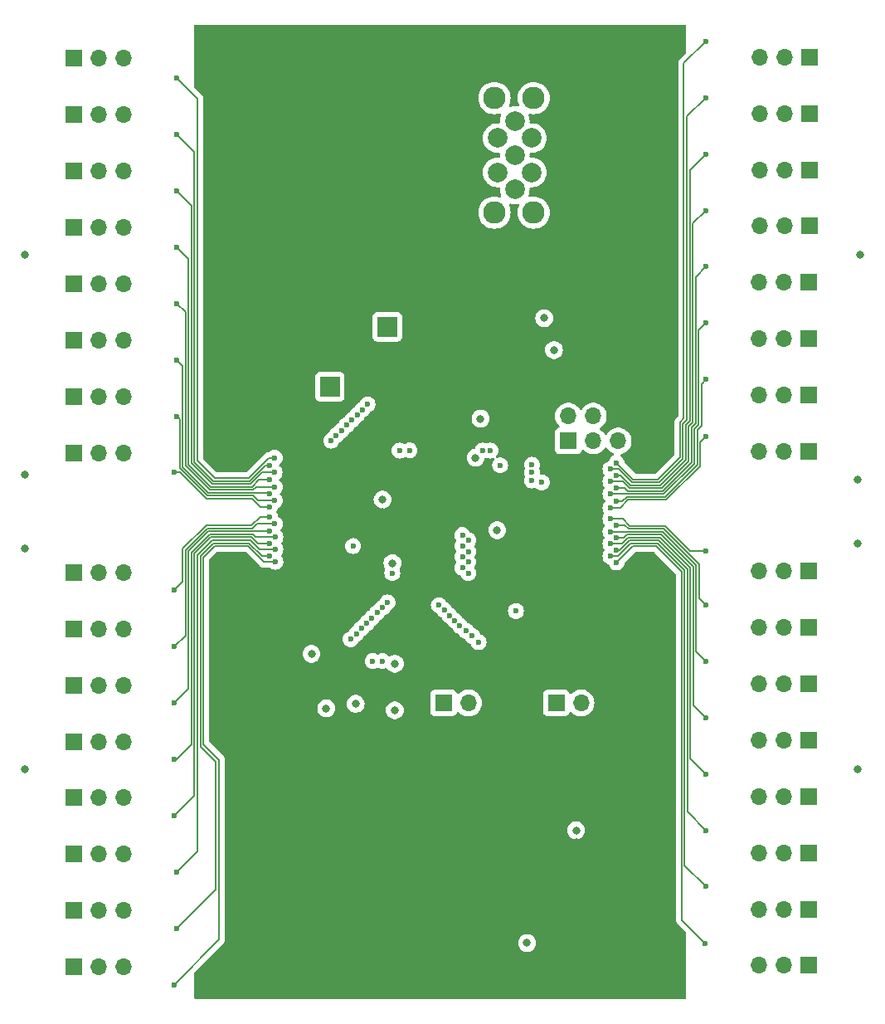
<source format=gbr>
%TF.GenerationSoftware,KiCad,Pcbnew,7.0.7+dfsg-1*%
%TF.CreationDate,2023-09-07T23:36:34-05:00*%
%TF.ProjectId,unified_control_board,756e6966-6965-4645-9f63-6f6e74726f6c,rev?*%
%TF.SameCoordinates,Original*%
%TF.FileFunction,Copper,L3,Inr*%
%TF.FilePolarity,Positive*%
%FSLAX46Y46*%
G04 Gerber Fmt 4.6, Leading zero omitted, Abs format (unit mm)*
G04 Created by KiCad (PCBNEW 7.0.7+dfsg-1) date 2023-09-07 23:36:34*
%MOMM*%
%LPD*%
G01*
G04 APERTURE LIST*
%TA.AperFunction,ComponentPad*%
%ADD10R,1.700000X1.700000*%
%TD*%
%TA.AperFunction,ComponentPad*%
%ADD11O,1.700000X1.700000*%
%TD*%
%TA.AperFunction,ComponentPad*%
%ADD12C,2.280000*%
%TD*%
%TA.AperFunction,ComponentPad*%
%ADD13R,2.000000X2.000000*%
%TD*%
%TA.AperFunction,ComponentPad*%
%ADD14C,2.000000*%
%TD*%
%TA.AperFunction,ViaPad*%
%ADD15C,2.000000*%
%TD*%
%TA.AperFunction,ViaPad*%
%ADD16C,0.600000*%
%TD*%
%TA.AperFunction,ViaPad*%
%ADD17C,0.800000*%
%TD*%
%TA.AperFunction,Conductor*%
%ADD18C,0.200000*%
%TD*%
%TA.AperFunction,Conductor*%
%ADD19C,0.150000*%
%TD*%
G04 APERTURE END LIST*
D10*
%TO.N,/PWM13*%
%TO.C,J13*%
X41225000Y-106690000D03*
D11*
%TO.N,+6V*%
X43765000Y-106690000D03*
%TO.N,Net-(D13-K)*%
X46305000Y-106690000D03*
%TD*%
D10*
%TO.N,/PWM15*%
%TO.C,J15*%
X41225000Y-118190000D03*
D11*
%TO.N,+6V*%
X43765000Y-118190000D03*
%TO.N,Net-(D15-K)*%
X46305000Y-118190000D03*
%TD*%
D10*
%TO.N,/PWM32*%
%TO.C,J32*%
X116300000Y-31100000D03*
D11*
%TO.N,+6V*%
X113760000Y-31100000D03*
%TO.N,Net-(D32-K)*%
X111220000Y-31100000D03*
%TD*%
D10*
%TO.N,/MISO*%
%TO.C,J34*%
X91725000Y-70275000D03*
D11*
%TO.N,VDD*%
X91725000Y-67735000D03*
%TO.N,/SCK*%
X94265000Y-70275000D03*
%TO.N,/MOSI*%
X94265000Y-67735000D03*
%TO.N,/RST*%
X96805000Y-70275000D03*
%TO.N,GND*%
X96805000Y-67735000D03*
%TD*%
D10*
%TO.N,/RxD_3v3*%
%TO.C,J35*%
X78975000Y-97000000D03*
D11*
%TO.N,/TxD_3v3*%
X81515000Y-97000000D03*
%TO.N,GND*%
X84055000Y-97000000D03*
%TD*%
D10*
%TO.N,/PWM7*%
%TO.C,J7*%
X41250000Y-65750000D03*
D11*
%TO.N,+6V*%
X43790000Y-65750000D03*
%TO.N,Net-(D7-K)*%
X46330000Y-65750000D03*
%TD*%
D10*
%TO.N,/PWM20*%
%TO.C,J20*%
X116250000Y-106540000D03*
D11*
%TO.N,+6V*%
X113710000Y-106540000D03*
%TO.N,Net-(D20-K)*%
X111170000Y-106540000D03*
%TD*%
D10*
%TO.N,/PWM31*%
%TO.C,J31*%
X116300000Y-36850000D03*
D11*
%TO.N,+6V*%
X113760000Y-36850000D03*
%TO.N,Net-(D31-K)*%
X111220000Y-36850000D03*
%TD*%
D10*
%TO.N,/PWM22*%
%TO.C,J22*%
X116275000Y-95040000D03*
D11*
%TO.N,+6V*%
X113735000Y-95040000D03*
%TO.N,Net-(D22-K)*%
X111195000Y-95040000D03*
%TD*%
D10*
%TO.N,/PWM14*%
%TO.C,J14*%
X41225000Y-112440000D03*
D11*
%TO.N,+6V*%
X43765000Y-112440000D03*
%TO.N,Net-(D14-K)*%
X46305000Y-112440000D03*
%TD*%
D10*
%TO.N,/PWM10*%
%TO.C,J10*%
X41250000Y-89440000D03*
D11*
%TO.N,+6V*%
X43790000Y-89440000D03*
%TO.N,Net-(D10-K)*%
X46330000Y-89440000D03*
%TD*%
D10*
%TO.N,/PWM25*%
%TO.C,J25*%
X116275000Y-71350000D03*
D11*
%TO.N,+6V*%
X113735000Y-71350000D03*
%TO.N,Net-(D25-K)*%
X111195000Y-71350000D03*
%TD*%
D10*
%TO.N,/PWM1*%
%TO.C,J1*%
X41275000Y-31250000D03*
D11*
%TO.N,+6V*%
X43815000Y-31250000D03*
%TO.N,Net-(D1-K)*%
X46355000Y-31250000D03*
%TD*%
D10*
%TO.N,/PWM23*%
%TO.C,J23*%
X116275000Y-89290000D03*
D11*
%TO.N,+6V*%
X113735000Y-89290000D03*
%TO.N,Net-(D23-K)*%
X111195000Y-89290000D03*
%TD*%
D12*
%TO.N,GND*%
%TO.C,J33*%
X69175000Y-46970000D03*
X73175000Y-46970000D03*
X69175000Y-35290000D03*
X73175000Y-35290000D03*
%TO.N,+6V*%
X84175000Y-46970000D03*
X84175000Y-35290000D03*
X88175000Y-46970000D03*
X88175000Y-35290000D03*
%TD*%
D10*
%TO.N,/PWM8*%
%TO.C,J8*%
X41250000Y-71500000D03*
D11*
%TO.N,+6V*%
X43790000Y-71500000D03*
%TO.N,Net-(D8-K)*%
X46330000Y-71500000D03*
%TD*%
D10*
%TO.N,/PWM28*%
%TO.C,J28*%
X116275000Y-54100000D03*
D11*
%TO.N,+6V*%
X113735000Y-54100000D03*
%TO.N,Net-(D28-K)*%
X111195000Y-54100000D03*
%TD*%
D10*
%TO.N,/PWM3*%
%TO.C,J3*%
X41275000Y-42750000D03*
D11*
%TO.N,+6V*%
X43815000Y-42750000D03*
%TO.N,Net-(D3-K)*%
X46355000Y-42750000D03*
%TD*%
D13*
%TO.N,+6V*%
%TO.C,C8*%
X73250000Y-58617677D03*
D14*
%TO.N,GND*%
X73250000Y-53617677D03*
%TD*%
D10*
%TO.N,/PWM26*%
%TO.C,J26*%
X116275000Y-65600000D03*
D11*
%TO.N,+6V*%
X113735000Y-65600000D03*
%TO.N,Net-(D26-K)*%
X111195000Y-65600000D03*
%TD*%
D10*
%TO.N,/PWM17*%
%TO.C,J17*%
X116250000Y-123790000D03*
D11*
%TO.N,+6V*%
X113710000Y-123790000D03*
%TO.N,Net-(D17-K)*%
X111170000Y-123790000D03*
%TD*%
D10*
%TO.N,/PWM29*%
%TO.C,J29*%
X116300000Y-48350000D03*
D11*
%TO.N,+6V*%
X113760000Y-48350000D03*
%TO.N,Net-(D29-K)*%
X111220000Y-48350000D03*
%TD*%
D10*
%TO.N,/PWM6*%
%TO.C,J6*%
X41250000Y-60000000D03*
D11*
%TO.N,+6V*%
X43790000Y-60000000D03*
%TO.N,Net-(D6-K)*%
X46330000Y-60000000D03*
%TD*%
D10*
%TO.N,/PWM12*%
%TO.C,J12*%
X41250000Y-100940000D03*
D11*
%TO.N,+6V*%
X43790000Y-100940000D03*
%TO.N,Net-(D12-K)*%
X46330000Y-100940000D03*
%TD*%
D10*
%TO.N,/PWM4*%
%TO.C,J4*%
X41275000Y-48500000D03*
D11*
%TO.N,+6V*%
X43815000Y-48500000D03*
%TO.N,Net-(D4-K)*%
X46355000Y-48500000D03*
%TD*%
D10*
%TO.N,/PWM9*%
%TO.C,J9*%
X41250000Y-83690000D03*
D11*
%TO.N,+6V*%
X43790000Y-83690000D03*
%TO.N,Net-(D9-K)*%
X46330000Y-83690000D03*
%TD*%
D10*
%TO.N,/PWM27*%
%TO.C,J27*%
X116275000Y-59850000D03*
D11*
%TO.N,+6V*%
X113735000Y-59850000D03*
%TO.N,Net-(D27-K)*%
X111195000Y-59850000D03*
%TD*%
D10*
%TO.N,/PWM11*%
%TO.C,J11*%
X41250000Y-95190000D03*
D11*
%TO.N,+6V*%
X43790000Y-95190000D03*
%TO.N,Net-(D11-K)*%
X46330000Y-95190000D03*
%TD*%
D10*
%TO.N,/PWM21*%
%TO.C,J21*%
X116275000Y-100790000D03*
D11*
%TO.N,+6V*%
X113735000Y-100790000D03*
%TO.N,Net-(D21-K)*%
X111195000Y-100790000D03*
%TD*%
D10*
%TO.N,/PWM16*%
%TO.C,J16*%
X41225000Y-123940000D03*
D11*
%TO.N,+6V*%
X43765000Y-123940000D03*
%TO.N,Net-(D16-K)*%
X46305000Y-123940000D03*
%TD*%
D10*
%TO.N,/PWM19*%
%TO.C,J19*%
X116250000Y-112290000D03*
D11*
%TO.N,+6V*%
X113710000Y-112290000D03*
%TO.N,Net-(D19-K)*%
X111170000Y-112290000D03*
%TD*%
D10*
%TO.N,/PWM2*%
%TO.C,J2*%
X41275000Y-37000000D03*
D11*
%TO.N,+6V*%
X43815000Y-37000000D03*
%TO.N,Net-(D2-K)*%
X46355000Y-37000000D03*
%TD*%
D10*
%TO.N,/PWM24*%
%TO.C,J24*%
X116275000Y-83540000D03*
D11*
%TO.N,+6V*%
X113735000Y-83540000D03*
%TO.N,Net-(D24-K)*%
X111195000Y-83540000D03*
%TD*%
D14*
%TO.N,GND*%
%TO.C,C7*%
X62367677Y-64750000D03*
D13*
%TO.N,+6V*%
X67367677Y-64750000D03*
%TD*%
D10*
%TO.N,/PWM5*%
%TO.C,J5*%
X41250000Y-54250000D03*
D11*
%TO.N,+6V*%
X43790000Y-54250000D03*
%TO.N,Net-(D5-K)*%
X46330000Y-54250000D03*
%TD*%
D10*
%TO.N,/PWM30*%
%TO.C,J30*%
X116300000Y-42600000D03*
D11*
%TO.N,+6V*%
X113760000Y-42600000D03*
%TO.N,Net-(D30-K)*%
X111220000Y-42600000D03*
%TD*%
D10*
%TO.N,+6V*%
%TO.C,J36*%
X90475000Y-97000000D03*
D11*
%TO.N,Net-(J36-Pin_2)*%
X93015000Y-97000000D03*
%TD*%
D10*
%TO.N,/PWM18*%
%TO.C,J18*%
X116250000Y-118040000D03*
D11*
%TO.N,+6V*%
X113710000Y-118040000D03*
%TO.N,Net-(D18-K)*%
X111170000Y-118040000D03*
%TD*%
D15*
%TO.N,+6V*%
X88000000Y-39375000D03*
X84500000Y-42875000D03*
X86250000Y-37625000D03*
X88000000Y-42875000D03*
X86250000Y-41125000D03*
X86250000Y-44625000D03*
X84500000Y-39375000D03*
%TO.N,GND*%
X71250000Y-44600000D03*
X73000000Y-42850000D03*
X69500000Y-42850000D03*
X71250000Y-41100000D03*
X73000000Y-39350000D03*
X69500000Y-39350000D03*
X71250000Y-37600000D03*
D16*
X78750000Y-79000000D03*
X79500000Y-78250000D03*
X78000000Y-78250000D03*
X78750000Y-77500000D03*
X79500000Y-76750000D03*
X80250000Y-77500000D03*
X77250000Y-77500000D03*
X78750000Y-76000000D03*
X78000000Y-76750000D03*
D17*
%TO.N,+3V3*%
X70000000Y-97100000D03*
X74000000Y-97750000D03*
%TO.N,VDD*%
X74000000Y-93000000D03*
D16*
%TO.N,/RxD*%
X72750000Y-92750000D03*
%TO.N,/TxD*%
X71750000Y-92750000D03*
D17*
%TO.N,GND*%
X81250000Y-112500000D03*
X70000000Y-107500000D03*
X70000000Y-102500000D03*
X66250000Y-107500000D03*
X58750000Y-102500000D03*
X98750000Y-103750000D03*
X97500000Y-112500000D03*
X92500000Y-111250000D03*
X77500000Y-112500000D03*
X72500000Y-107500000D03*
X83750000Y-110000000D03*
X76250000Y-102500000D03*
X82500000Y-107500000D03*
X76250000Y-112500000D03*
X93750000Y-102500000D03*
X67500000Y-111250000D03*
X95000000Y-106250000D03*
X80000000Y-112500000D03*
X76250000Y-105000000D03*
X72500000Y-112500000D03*
X83750000Y-108750000D03*
X97500000Y-103750000D03*
X75000000Y-108750000D03*
X83750000Y-107500000D03*
X96250000Y-111250000D03*
X62500000Y-106250000D03*
X88750000Y-102500000D03*
X65000000Y-103750000D03*
X96250000Y-107500000D03*
X97500000Y-110000000D03*
X93750000Y-106250000D03*
X61250000Y-105000000D03*
X88750000Y-103750000D03*
X90000000Y-107500000D03*
X66250000Y-111250000D03*
X76250000Y-111250000D03*
X72500000Y-111250000D03*
X86250000Y-112500000D03*
X96250000Y-103750000D03*
X61250000Y-111250000D03*
X66250000Y-106250000D03*
X90000000Y-103750000D03*
X95000000Y-102500000D03*
X61250000Y-103750000D03*
X62500000Y-111250000D03*
X90000000Y-106250000D03*
X93750000Y-111250000D03*
X61250000Y-102500000D03*
X67500000Y-108750000D03*
X71250000Y-110000000D03*
X90000000Y-108750000D03*
X65000000Y-102500000D03*
X71250000Y-112500000D03*
X67500000Y-103750000D03*
X66250000Y-108750000D03*
X83750000Y-111250000D03*
X76250000Y-106250000D03*
X71250000Y-106250000D03*
X71250000Y-103750000D03*
X71250000Y-108750000D03*
X93750000Y-103750000D03*
X88750000Y-108750000D03*
X95000000Y-107500000D03*
X66250000Y-110000000D03*
X95000000Y-103750000D03*
X66250000Y-112500000D03*
X68750000Y-103750000D03*
X62500000Y-108750000D03*
X98750000Y-108750000D03*
X75000000Y-102500000D03*
X70000000Y-108750000D03*
X82500000Y-103750000D03*
X93750000Y-107500000D03*
X81250000Y-111250000D03*
X90000000Y-105000000D03*
X82500000Y-106250000D03*
X95000000Y-112500000D03*
X63750000Y-102500000D03*
X90000000Y-102500000D03*
X62500000Y-102500000D03*
X78750000Y-111250000D03*
X83750000Y-102500000D03*
X61250000Y-112500000D03*
X62500000Y-112500000D03*
X93750000Y-112500000D03*
X88750000Y-111250000D03*
X76250000Y-107500000D03*
X97500000Y-102500000D03*
X76250000Y-108750000D03*
X83750000Y-103750000D03*
X76250000Y-110000000D03*
X68750000Y-102500000D03*
X98750000Y-105000000D03*
X71250000Y-107500000D03*
X63750000Y-103750000D03*
X97500000Y-107500000D03*
X84500000Y-78000000D03*
X61250000Y-108750000D03*
X72500000Y-105000000D03*
X85000000Y-111250000D03*
X61250000Y-107500000D03*
X77500000Y-111250000D03*
X60000000Y-102500000D03*
X97500000Y-108750000D03*
X62500000Y-107500000D03*
X75000000Y-105000000D03*
X82500000Y-105000000D03*
X72500000Y-110000000D03*
X86250000Y-111250000D03*
X75000000Y-112500000D03*
X67500000Y-110000000D03*
X97500000Y-111250000D03*
X87500000Y-111250000D03*
X98750000Y-110000000D03*
X92500000Y-103750000D03*
X67500000Y-112500000D03*
X88750000Y-106250000D03*
X61250000Y-106250000D03*
X88750000Y-105000000D03*
X83750000Y-105000000D03*
X72750000Y-77500000D03*
X90000000Y-110000000D03*
X92500000Y-106250000D03*
X76250000Y-103750000D03*
X93750000Y-105000000D03*
X58750000Y-103750000D03*
X61250000Y-110000000D03*
X78750000Y-112500000D03*
X60000000Y-103750000D03*
X80000000Y-111250000D03*
X71250000Y-111250000D03*
X82500000Y-110000000D03*
X75000000Y-106250000D03*
X72500000Y-106250000D03*
X87500000Y-112500000D03*
X96250000Y-102500000D03*
X68750000Y-107500000D03*
X96250000Y-108750000D03*
X68750000Y-108750000D03*
X70000000Y-103750000D03*
X88750000Y-110000000D03*
X67500000Y-107500000D03*
X67500000Y-106250000D03*
X75000000Y-107500000D03*
X62500000Y-103750000D03*
X75000000Y-103750000D03*
X85000000Y-112500000D03*
X98750000Y-111250000D03*
X95000000Y-111250000D03*
X72500000Y-108750000D03*
X67500000Y-105000000D03*
X82500000Y-102500000D03*
X83750000Y-106250000D03*
X62500000Y-110000000D03*
X75000000Y-111250000D03*
X66250000Y-105000000D03*
X71250000Y-105000000D03*
X82500000Y-108750000D03*
X92500000Y-105000000D03*
X62500000Y-105000000D03*
X88750000Y-107500000D03*
X75000000Y-110000000D03*
X96250000Y-112500000D03*
%TO.N,VDD*%
X84455000Y-79375000D03*
X82750000Y-68000600D03*
X89250000Y-57750000D03*
X73750000Y-82750000D03*
X72750000Y-76250000D03*
X90250000Y-61000000D03*
X82250000Y-72000000D03*
D16*
%TO.N,/MISO*%
X88000000Y-72700497D03*
%TO.N,/SCK*%
X88000000Y-74299503D03*
%TO.N,/MOSI*%
X88000000Y-73500000D03*
D17*
%TO.N,/RST*%
X92500000Y-110000000D03*
D16*
X82950497Y-71250000D03*
%TO.N,/TxD*%
X74487787Y-71250000D03*
%TO.N,/RxD*%
X75508070Y-71244946D03*
%TO.N,/FAN*%
X84750000Y-72750000D03*
X86360000Y-87630000D03*
%TO.N,/PWM1*%
X71209487Y-66540488D03*
%TO.N,/PWM2*%
X70679541Y-67070498D03*
%TO.N,/PWM3*%
X70149506Y-67600419D03*
%TO.N,/PWM5*%
X69089260Y-68660086D03*
%TO.N,/PWM6*%
X68561219Y-69191994D03*
%TO.N,/PWM7*%
X68017156Y-69707503D03*
%TO.N,/PWM8*%
X67500000Y-70250000D03*
%TO.N,/PWM9*%
X73250000Y-86750000D03*
%TO.N,/PWM10*%
X72735665Y-87295173D03*
%TO.N,/PWM11*%
X72188603Y-87807499D03*
%TO.N,/PWM12*%
X71660974Y-88339817D03*
%TO.N,/PWM13*%
X71130485Y-88869285D03*
%TO.N,/PWM14*%
X70600667Y-89399424D03*
%TO.N,/PWM15*%
X70070623Y-89929337D03*
%TO.N,/PWM16*%
X69500000Y-90500000D03*
%TO.N,/PWM17*%
X82550000Y-90805000D03*
%TO.N,/PWM18*%
X81915000Y-90180174D03*
%TO.N,/PWM19*%
X81280000Y-89644582D03*
%TO.N,/PWM20*%
X80645000Y-89120082D03*
%TO.N,/PWM21*%
X80117821Y-88587319D03*
%TO.N,/PWM22*%
X79573983Y-88071572D03*
%TO.N,/PWM23*%
X79053944Y-87524500D03*
%TO.N,/PWM24*%
X78490710Y-87030010D03*
%TO.N,/PWM25*%
X81500000Y-83750000D03*
%TO.N,/PWM26*%
X80900000Y-83200000D03*
%TO.N,/PWM27*%
X81500000Y-82600000D03*
%TO.N,/PWM28*%
X80900000Y-82075500D03*
%TO.N,/PWM29*%
X81500000Y-81551000D03*
%TO.N,/PWM30*%
X80900000Y-81000000D03*
%TO.N,/PWM31*%
X81500000Y-80400000D03*
%TO.N,/PWM32*%
X80900000Y-79875500D03*
%TO.N,Net-(Q1-G)*%
X61750000Y-72000000D03*
X51750000Y-33250000D03*
%TO.N,Net-(Q2-G)*%
X61250000Y-72750000D03*
X51750000Y-39000000D03*
%TO.N,Net-(Q3-G)*%
X61726027Y-73500000D03*
X51750000Y-44750000D03*
%TO.N,Net-(Q4-G)*%
X61250000Y-74250000D03*
X51750000Y-50500000D03*
%TO.N,Net-(Q5-G)*%
X61750000Y-75000000D03*
X51750000Y-56250000D03*
%TO.N,Net-(Q6-G)*%
X61250000Y-75674375D03*
X51750000Y-62000000D03*
%TO.N,Net-(Q7-G)*%
X61750000Y-76349068D03*
X51750000Y-67750000D03*
%TO.N,Net-(Q8-G)*%
X61250000Y-77000000D03*
X51500000Y-73500000D03*
%TO.N,Net-(Q9-G)*%
X61250000Y-78000000D03*
X51500000Y-85500000D03*
%TO.N,Net-(Q10-G)*%
X51500000Y-91250000D03*
X61750000Y-78750000D03*
%TO.N,Net-(Q11-G)*%
X61250000Y-79500000D03*
X51500000Y-97000000D03*
%TO.N,Net-(Q12-G)*%
X61815333Y-80099500D03*
X51500000Y-102750000D03*
%TO.N,Net-(Q13-G)*%
X61250000Y-80750000D03*
X51500000Y-108500000D03*
%TO.N,Net-(Q14-G)*%
X61815334Y-81349500D03*
X51750000Y-114250000D03*
%TO.N,Net-(Q15-G)*%
X51750000Y-120000000D03*
X61250000Y-82000000D03*
%TO.N,Net-(Q16-G)*%
X51500000Y-125750000D03*
X61815333Y-82599500D03*
%TO.N,/ENA16*%
X73750000Y-83750000D03*
X69750000Y-81000000D03*
%TO.N,/ENA32*%
X89000000Y-74500000D03*
X83750000Y-71250000D03*
D17*
%TO.N,+6V*%
X36250000Y-73750000D03*
X36250000Y-103750000D03*
X36250000Y-51250000D03*
X121250000Y-103750000D03*
X121250000Y-74250000D03*
X121250000Y-80750000D03*
X87500000Y-121500000D03*
X67000000Y-97550000D03*
X36250000Y-81250000D03*
X121500000Y-51250000D03*
D16*
%TO.N,Net-(Q17-G)*%
X96647000Y-82677000D03*
X105687500Y-121562500D03*
%TO.N,Net-(Q18-G)*%
X96012000Y-82042000D03*
X105750000Y-115750000D03*
D17*
%TO.N,+3V3*%
X65500000Y-92000000D03*
D16*
%TO.N,/PWM4*%
X69619661Y-68130530D03*
%TO.N,Net-(Q19-G)*%
X96647000Y-81407000D03*
X105750000Y-110000000D03*
%TO.N,Net-(Q20-G)*%
X105750000Y-104250000D03*
X96012000Y-80772000D03*
%TO.N,Net-(Q21-G)*%
X105750000Y-98500000D03*
X96647000Y-80137000D03*
%TO.N,Net-(Q22-G)*%
X105750000Y-92750000D03*
X96012000Y-79524500D03*
%TO.N,Net-(Q23-G)*%
X105750000Y-87000000D03*
X96647000Y-78867000D03*
%TO.N,Net-(Q24-G)*%
X105750000Y-81500000D03*
X96012000Y-78232000D03*
%TO.N,Net-(Q25-G)*%
X105750000Y-69850000D03*
X96004307Y-77089000D03*
%TO.N,Net-(Q26-G)*%
X96647000Y-76454000D03*
X105750000Y-64000000D03*
%TO.N,Net-(Q27-G)*%
X105750000Y-58250000D03*
X96012000Y-75692000D03*
%TO.N,Net-(Q28-G)*%
X96647000Y-75057000D03*
X105750000Y-52500000D03*
%TO.N,Net-(Q29-G)*%
X105750000Y-46750000D03*
X96012000Y-74422000D03*
%TO.N,Net-(Q30-G)*%
X105750000Y-41000000D03*
X96647000Y-73787000D03*
%TO.N,Net-(Q31-G)*%
X105735000Y-35235000D03*
X96012000Y-73152000D03*
%TO.N,Net-(Q32-G)*%
X105752500Y-29502500D03*
X96647000Y-72517000D03*
%TD*%
D18*
%TO.N,/RST*%
X96805000Y-70445000D02*
X96805000Y-70275000D01*
D19*
%TO.N,Net-(Q1-G)*%
X61124999Y-72000000D02*
X59059666Y-74065333D01*
X61750000Y-72000000D02*
X61124999Y-72000000D01*
X55610917Y-74065333D02*
X53850000Y-72304416D01*
X53850000Y-35350000D02*
X51750000Y-33250000D01*
X59059666Y-74065333D02*
X55610917Y-74065333D01*
X53850000Y-72304416D02*
X53850000Y-35350000D01*
%TO.N,Net-(Q2-G)*%
X55486653Y-74365333D02*
X59183930Y-74365333D01*
X59183930Y-74365333D02*
X60799263Y-72750000D01*
X53550000Y-72428680D02*
X55486653Y-74365333D01*
X53550000Y-40800000D02*
X53550000Y-72428680D01*
X51750000Y-39000000D02*
X53550000Y-40800000D01*
X60799263Y-72750000D02*
X61250000Y-72750000D01*
%TO.N,Net-(Q3-G)*%
X55362389Y-74665333D02*
X53250000Y-72552944D01*
X60473527Y-73500000D02*
X59308194Y-74665333D01*
X59308194Y-74665333D02*
X55362389Y-74665333D01*
X53250000Y-72552944D02*
X53250000Y-46250000D01*
X53250000Y-46250000D02*
X51750000Y-44750000D01*
X61726027Y-73500000D02*
X60473527Y-73500000D01*
%TO.N,Net-(Q4-G)*%
X52950000Y-51700000D02*
X51750000Y-50500000D01*
X60147791Y-74250000D02*
X59432458Y-74965333D01*
X59432458Y-74965333D02*
X55238125Y-74965333D01*
X52950000Y-72677208D02*
X52950000Y-51700000D01*
X55238125Y-74965333D02*
X52950000Y-72677208D01*
X61250000Y-74250000D02*
X60147791Y-74250000D01*
%TO.N,Net-(Q5-G)*%
X55113861Y-75265333D02*
X59556722Y-75265333D01*
X52650000Y-57150000D02*
X52650000Y-72801472D01*
X51750000Y-56250000D02*
X52650000Y-57150000D01*
X52650000Y-72801472D02*
X55113861Y-75265333D01*
X59822055Y-75000000D02*
X61750000Y-75000000D01*
X59556722Y-75265333D02*
X59822055Y-75000000D01*
%TO.N,Net-(Q6-G)*%
X61250000Y-75674375D02*
X61140958Y-75565333D01*
X52350000Y-72925736D02*
X52350000Y-62600000D01*
X54989597Y-75565333D02*
X52350000Y-72925736D01*
X61140958Y-75565333D02*
X54989597Y-75565333D01*
X52350000Y-62600000D02*
X51750000Y-62000000D01*
%TO.N,Net-(Q7-G)*%
X52050000Y-68050000D02*
X52050000Y-73050000D01*
X60023332Y-76349068D02*
X61750000Y-76349068D01*
X59539597Y-75865333D02*
X60023332Y-76349068D01*
X54865333Y-75865333D02*
X59539597Y-75865333D01*
X51750000Y-67750000D02*
X52050000Y-68050000D01*
X52050000Y-73050000D02*
X54865333Y-75865333D01*
%TO.N,Net-(Q8-G)*%
X59415333Y-76165333D02*
X54741069Y-76165333D01*
X61250000Y-77000000D02*
X60250000Y-77000000D01*
X52075736Y-73500000D02*
X51500000Y-73500000D01*
X54741069Y-76165333D02*
X52075736Y-73500000D01*
X60250000Y-77000000D02*
X59415333Y-76165333D01*
%TO.N,Net-(Q9-G)*%
X52350000Y-81291422D02*
X52350000Y-84650000D01*
X54741422Y-78900000D02*
X52350000Y-81291422D01*
X60250000Y-78000000D02*
X59350000Y-78900000D01*
X61250000Y-78000000D02*
X60250000Y-78000000D01*
X52350000Y-84650000D02*
X51500000Y-85500000D01*
X59350000Y-78900000D02*
X54741422Y-78900000D01*
%TO.N,Net-(Q10-G)*%
X59924264Y-78750000D02*
X61750000Y-78750000D01*
X52650000Y-90100000D02*
X52650000Y-81415686D01*
X52650000Y-81415686D02*
X54865686Y-79200000D01*
X59474264Y-79200000D02*
X59924264Y-78750000D01*
X51500000Y-91250000D02*
X52650000Y-90100000D01*
X54865686Y-79200000D02*
X59474264Y-79200000D01*
%TO.N,Net-(Q11-G)*%
X52950000Y-95550000D02*
X51500000Y-97000000D01*
X61250000Y-79500000D02*
X54989950Y-79500000D01*
X52950000Y-81539950D02*
X52950000Y-95550000D01*
X54989950Y-79500000D02*
X52950000Y-81539950D01*
%TO.N,Net-(Q12-G)*%
X51500000Y-102750000D02*
X51750000Y-102750000D01*
X55114214Y-79800000D02*
X59497056Y-79800000D01*
X53250000Y-101250000D02*
X53250000Y-81664214D01*
X53250000Y-81664214D02*
X55114214Y-79800000D01*
X59796556Y-80099500D02*
X61815333Y-80099500D01*
X59497056Y-79800000D02*
X59796556Y-80099500D01*
X51750000Y-102750000D02*
X53250000Y-101250000D01*
%TO.N,Net-(Q13-G)*%
X61250000Y-80750000D02*
X60022792Y-80750000D01*
X53550000Y-81788478D02*
X53550000Y-106450000D01*
X53550000Y-106450000D02*
X51500000Y-108500000D01*
X59372792Y-80100000D02*
X55238478Y-80100000D01*
X60022792Y-80750000D02*
X59372792Y-80100000D01*
X55238478Y-80100000D02*
X53550000Y-81788478D01*
%TO.N,Net-(Q14-G)*%
X59248528Y-80400000D02*
X55362742Y-80400000D01*
X53850000Y-81912742D02*
X53850000Y-112150000D01*
X60198028Y-81349500D02*
X59248528Y-80400000D01*
X61815334Y-81349500D02*
X60198028Y-81349500D01*
X55362742Y-80400000D02*
X53850000Y-81912742D01*
X53850000Y-112150000D02*
X51750000Y-114250000D01*
%TO.N,Net-(Q15-G)*%
X60424264Y-82000000D02*
X59124264Y-80700000D01*
X55487006Y-80700000D02*
X54150000Y-82037006D01*
X59124264Y-80700000D02*
X55487006Y-80700000D01*
X55682843Y-116067157D02*
X51750000Y-120000000D01*
X55682843Y-103000000D02*
X55682843Y-116067157D01*
X54150000Y-101467157D02*
X55682843Y-103000000D01*
X54150000Y-82037006D02*
X54150000Y-101467157D01*
X61250000Y-82000000D02*
X60424264Y-82000000D01*
%TO.N,Net-(Q16-G)*%
X60599500Y-82599500D02*
X59000000Y-81000000D01*
X54450000Y-101201472D02*
X56082843Y-102834315D01*
X61815333Y-82599500D02*
X60599500Y-82599500D01*
X56082843Y-121167157D02*
X51500000Y-125750000D01*
X54450000Y-82161270D02*
X54450000Y-101201472D01*
X59000000Y-81000000D02*
X55611270Y-81000000D01*
X56082843Y-102834315D02*
X56082843Y-121167157D01*
X55611270Y-81000000D02*
X54450000Y-82161270D01*
%TO.N,Net-(Q17-G)*%
X103275000Y-83595584D02*
X100703916Y-81024500D01*
X105687500Y-121562500D02*
X103275000Y-119150000D01*
X100703916Y-81024500D02*
X98299500Y-81024500D01*
X98299500Y-81024500D02*
X96647000Y-82677000D01*
X103275000Y-119150000D02*
X103275000Y-83595584D01*
%TO.N,Net-(Q18-G)*%
X103575000Y-113575000D02*
X103575000Y-83471320D01*
X98071963Y-80724500D02*
X96754463Y-82042000D01*
X96754463Y-82042000D02*
X96012000Y-82042000D01*
X105750000Y-115750000D02*
X103575000Y-113575000D01*
X100828180Y-80724500D02*
X98071963Y-80724500D01*
X103575000Y-83471320D02*
X100828180Y-80724500D01*
%TO.N,Net-(Q19-G)*%
X100952444Y-80424500D02*
X97947699Y-80424500D01*
X97947699Y-80424500D02*
X96965199Y-81407000D01*
X103875000Y-108125000D02*
X103875000Y-83347056D01*
X103875000Y-83347056D02*
X100952444Y-80424500D01*
X105750000Y-110000000D02*
X103875000Y-108125000D01*
X96965199Y-81407000D02*
X96647000Y-81407000D01*
%TO.N,Net-(Q20-G)*%
X104175000Y-83222792D02*
X101076708Y-80124500D01*
X105750000Y-104250000D02*
X104175000Y-102675000D01*
X97175935Y-80772000D02*
X96012000Y-80772000D01*
X97823435Y-80124500D02*
X97175935Y-80772000D01*
X101076708Y-80124500D02*
X97823435Y-80124500D01*
X104175000Y-102675000D02*
X104175000Y-83222792D01*
%TO.N,Net-(Q21-G)*%
X104475000Y-97225000D02*
X104475000Y-83098528D01*
X105750000Y-98500000D02*
X104475000Y-97225000D01*
X97386671Y-80137000D02*
X96647000Y-80137000D01*
X104475000Y-83098528D02*
X101200972Y-79824500D01*
X97699171Y-79824500D02*
X97386671Y-80137000D01*
X101200972Y-79824500D02*
X97699171Y-79824500D01*
%TO.N,Net-(Q22-G)*%
X104775000Y-91775000D02*
X104775000Y-82974264D01*
X105750000Y-92750000D02*
X104775000Y-91775000D01*
X101325236Y-79524500D02*
X96012000Y-79524500D01*
X104775000Y-82974264D02*
X101325236Y-79524500D01*
%TO.N,Net-(Q23-G)*%
X97850236Y-79224500D02*
X97492736Y-78867000D01*
X105075000Y-82850000D02*
X101449500Y-79224500D01*
X105075000Y-86325000D02*
X105075000Y-82850000D01*
X101449500Y-79224500D02*
X97850236Y-79224500D01*
X105750000Y-87000000D02*
X105075000Y-86325000D01*
X97492736Y-78867000D02*
X96647000Y-78867000D01*
%TO.N,Net-(Q24-G)*%
X101573764Y-78924500D02*
X97974500Y-78924500D01*
X105750000Y-81500000D02*
X104149264Y-81500000D01*
X104149264Y-81500000D02*
X101573764Y-78924500D01*
X97282000Y-78232000D02*
X96012000Y-78232000D01*
X97974500Y-78924500D02*
X97282000Y-78232000D01*
%TO.N,Net-(Q25-G)*%
X105750000Y-69850000D02*
X105185000Y-70415000D01*
X97790000Y-76292000D02*
X96993000Y-77089000D01*
X96993000Y-77089000D02*
X96004307Y-77089000D01*
X105185000Y-72828528D02*
X101721528Y-76292000D01*
X101721528Y-76292000D02*
X97790000Y-76292000D01*
X105185000Y-70415000D02*
X105185000Y-72828528D01*
%TO.N,Net-(Q26-G)*%
X97203736Y-76454000D02*
X96647000Y-76454000D01*
X104885000Y-69158032D02*
X104885000Y-72704264D01*
X105305000Y-64445000D02*
X105305000Y-68738032D01*
X105305000Y-68738032D02*
X104885000Y-69158032D01*
X101597264Y-75992000D02*
X97665736Y-75992000D01*
X104885000Y-72704264D02*
X101597264Y-75992000D01*
X97665736Y-75992000D02*
X97203736Y-76454000D01*
X105750000Y-64000000D02*
X105305000Y-64445000D01*
%TO.N,Net-(Q27-G)*%
X101473000Y-75692000D02*
X96012000Y-75692000D01*
X105750000Y-58250000D02*
X105005000Y-58995000D01*
X104585000Y-72580000D02*
X101473000Y-75692000D01*
X105005000Y-68613768D02*
X104585000Y-69033768D01*
X104585000Y-69033768D02*
X104585000Y-72580000D01*
X105005000Y-58995000D02*
X105005000Y-68613768D01*
%TO.N,Net-(Q28-G)*%
X101348736Y-75392000D02*
X97824944Y-75392000D01*
X104705000Y-53545000D02*
X104705000Y-68489504D01*
X104705000Y-68489504D02*
X104285000Y-68909504D01*
X104285000Y-72455736D02*
X101348736Y-75392000D01*
X104285000Y-68909504D02*
X104285000Y-72455736D01*
X97824944Y-75392000D02*
X97489944Y-75057000D01*
X97489944Y-75057000D02*
X96647000Y-75057000D01*
X105750000Y-52500000D02*
X104705000Y-53545000D01*
%TO.N,Net-(Q29-G)*%
X104405000Y-68365240D02*
X103985000Y-68785240D01*
X103985000Y-68785240D02*
X103985000Y-72331472D01*
X105750000Y-46750000D02*
X104405000Y-48095000D01*
X103985000Y-72331472D02*
X101224472Y-75092000D01*
X101224472Y-75092000D02*
X97949208Y-75092000D01*
X104405000Y-48095000D02*
X104405000Y-68365240D01*
X97279208Y-74422000D02*
X96012000Y-74422000D01*
X97949208Y-75092000D02*
X97279208Y-74422000D01*
%TO.N,Net-(Q30-G)*%
X105750000Y-41000000D02*
X104105000Y-42645000D01*
X103685000Y-72207208D02*
X101100208Y-74792000D01*
X101100208Y-74792000D02*
X98073472Y-74792000D01*
X104105000Y-42645000D02*
X104105000Y-68240976D01*
X98073472Y-74792000D02*
X97068472Y-73787000D01*
X97068472Y-73787000D02*
X96647000Y-73787000D01*
X104105000Y-68240976D02*
X103685000Y-68660976D01*
X103685000Y-68660976D02*
X103685000Y-72207208D01*
%TO.N,Net-(Q31-G)*%
X98197736Y-74492000D02*
X96857736Y-73152000D01*
X103805000Y-68116712D02*
X103385000Y-68536712D01*
X103805000Y-37165000D02*
X103805000Y-68116712D01*
X105735000Y-35235000D02*
X103805000Y-37165000D01*
X96857736Y-73152000D02*
X96012000Y-73152000D01*
X100975944Y-74492000D02*
X98197736Y-74492000D01*
X103385000Y-68536712D02*
X103385000Y-72082944D01*
X103385000Y-72082944D02*
X100975944Y-74492000D01*
%TO.N,Net-(Q32-G)*%
X105752500Y-29502500D02*
X103505000Y-31750000D01*
X103505000Y-67992448D02*
X103085000Y-68412448D01*
X100851680Y-74192000D02*
X98322000Y-74192000D01*
X103085000Y-68412448D02*
X103085000Y-71958680D01*
X103505000Y-31750000D02*
X103505000Y-67992448D01*
X103085000Y-71958680D02*
X100851680Y-74192000D01*
X98322000Y-74192000D02*
X96647000Y-72517000D01*
%TD*%
%TA.AperFunction,Conductor*%
%TO.N,GND*%
G36*
X103693039Y-27820185D02*
G01*
X103738794Y-27872989D01*
X103750000Y-27924500D01*
X103750000Y-30628443D01*
X103730315Y-30695482D01*
X103713681Y-30716124D01*
X103122327Y-31307479D01*
X103116224Y-31312831D01*
X103088844Y-31333841D01*
X103065361Y-31364446D01*
X102995314Y-31455732D01*
X102995312Y-31455735D01*
X102936519Y-31597675D01*
X102936519Y-31597676D01*
X102916465Y-31750000D01*
X102920969Y-31784210D01*
X102921500Y-31792311D01*
X102921500Y-67699391D01*
X102901815Y-67766430D01*
X102885181Y-67787072D01*
X102702327Y-67969927D01*
X102696225Y-67975278D01*
X102668841Y-67996292D01*
X102583356Y-68107699D01*
X102575314Y-68118180D01*
X102532474Y-68221606D01*
X102516519Y-68260124D01*
X102496465Y-68412448D01*
X102497661Y-68421536D01*
X102500969Y-68446658D01*
X102501500Y-68454759D01*
X102501500Y-71665624D01*
X102481815Y-71732663D01*
X102465181Y-71753305D01*
X100646306Y-73572181D01*
X100584983Y-73605666D01*
X100558625Y-73608500D01*
X98615056Y-73608500D01*
X98548017Y-73588815D01*
X98527375Y-73572181D01*
X97489826Y-72534633D01*
X97456341Y-72473310D01*
X97454287Y-72460834D01*
X97440218Y-72335956D01*
X97380042Y-72163983D01*
X97318382Y-72065853D01*
X97283111Y-72009719D01*
X97154281Y-71880889D01*
X97069789Y-71827799D01*
X97023498Y-71775464D01*
X97012850Y-71706410D01*
X97041225Y-71642562D01*
X97099615Y-71604190D01*
X97115353Y-71600496D01*
X97139636Y-71596444D01*
X97208611Y-71572764D01*
X97352574Y-71523342D01*
X97550576Y-71416189D01*
X97728240Y-71277906D01*
X97880722Y-71112268D01*
X98003860Y-70923791D01*
X98094296Y-70717616D01*
X98149564Y-70499368D01*
X98154438Y-70440547D01*
X98168156Y-70275005D01*
X98168156Y-70274994D01*
X98149565Y-70050640D01*
X98149563Y-70050628D01*
X98129431Y-69971130D01*
X98094296Y-69832384D01*
X98003860Y-69626209D01*
X97987706Y-69601484D01*
X97880723Y-69437734D01*
X97880715Y-69437723D01*
X97728243Y-69272097D01*
X97728238Y-69272092D01*
X97550577Y-69133812D01*
X97550572Y-69133808D01*
X97352580Y-69026661D01*
X97352577Y-69026659D01*
X97352574Y-69026658D01*
X97352571Y-69026657D01*
X97352569Y-69026656D01*
X97139637Y-68953556D01*
X96917569Y-68916500D01*
X96692431Y-68916500D01*
X96470362Y-68953556D01*
X96257430Y-69026656D01*
X96257419Y-69026661D01*
X96059427Y-69133808D01*
X96059422Y-69133812D01*
X95881761Y-69272092D01*
X95881756Y-69272097D01*
X95729284Y-69437723D01*
X95729276Y-69437734D01*
X95638808Y-69576206D01*
X95585662Y-69621562D01*
X95516431Y-69630986D01*
X95453095Y-69601484D01*
X95431192Y-69576206D01*
X95340723Y-69437734D01*
X95340715Y-69437723D01*
X95188243Y-69272097D01*
X95188238Y-69272092D01*
X95010577Y-69133812D01*
X95010578Y-69133812D01*
X95010576Y-69133811D01*
X94974070Y-69114055D01*
X94924479Y-69064836D01*
X94909371Y-68996619D01*
X94933541Y-68931064D01*
X94974070Y-68895945D01*
X94974084Y-68895936D01*
X95010576Y-68876189D01*
X95188240Y-68737906D01*
X95340722Y-68572268D01*
X95463860Y-68383791D01*
X95554296Y-68177616D01*
X95609564Y-67959368D01*
X95610056Y-67953434D01*
X95628156Y-67735005D01*
X95628156Y-67734994D01*
X95609565Y-67510640D01*
X95609563Y-67510628D01*
X95571087Y-67358689D01*
X95554296Y-67292384D01*
X95463860Y-67086209D01*
X95431191Y-67036206D01*
X95340723Y-66897734D01*
X95340715Y-66897723D01*
X95188243Y-66732097D01*
X95188238Y-66732092D01*
X95010577Y-66593812D01*
X95010572Y-66593808D01*
X94812580Y-66486661D01*
X94812577Y-66486659D01*
X94812574Y-66486658D01*
X94812571Y-66486657D01*
X94812569Y-66486656D01*
X94599637Y-66413556D01*
X94377569Y-66376500D01*
X94152431Y-66376500D01*
X93930362Y-66413556D01*
X93717430Y-66486656D01*
X93717419Y-66486661D01*
X93519427Y-66593808D01*
X93519422Y-66593812D01*
X93341761Y-66732092D01*
X93341756Y-66732097D01*
X93189284Y-66897723D01*
X93189276Y-66897734D01*
X93098807Y-67036206D01*
X93045660Y-67081563D01*
X92976429Y-67090986D01*
X92913093Y-67061483D01*
X92891191Y-67036206D01*
X92800722Y-66897732D01*
X92800717Y-66897727D01*
X92800715Y-66897723D01*
X92648243Y-66732097D01*
X92648238Y-66732092D01*
X92470577Y-66593812D01*
X92470572Y-66593808D01*
X92272580Y-66486661D01*
X92272577Y-66486659D01*
X92272574Y-66486658D01*
X92272571Y-66486657D01*
X92272569Y-66486656D01*
X92059637Y-66413556D01*
X91837569Y-66376500D01*
X91612431Y-66376500D01*
X91390362Y-66413556D01*
X91177430Y-66486656D01*
X91177419Y-66486661D01*
X90979427Y-66593808D01*
X90979422Y-66593812D01*
X90801761Y-66732092D01*
X90801756Y-66732097D01*
X90649284Y-66897723D01*
X90649276Y-66897734D01*
X90526140Y-67086207D01*
X90435703Y-67292385D01*
X90380436Y-67510628D01*
X90380434Y-67510640D01*
X90361844Y-67734994D01*
X90361844Y-67735005D01*
X90380434Y-67959359D01*
X90380436Y-67959371D01*
X90435703Y-68177614D01*
X90526140Y-68383792D01*
X90649276Y-68572265D01*
X90649284Y-68572276D01*
X90794489Y-68730008D01*
X90825412Y-68792662D01*
X90817552Y-68862088D01*
X90773405Y-68916244D01*
X90746596Y-68930172D01*
X90628794Y-68974111D01*
X90511739Y-69061739D01*
X90424111Y-69178795D01*
X90373011Y-69315795D01*
X90373011Y-69315797D01*
X90366500Y-69376345D01*
X90366500Y-71173654D01*
X90373011Y-71234202D01*
X90373011Y-71234204D01*
X90405436Y-71321135D01*
X90424111Y-71371204D01*
X90511739Y-71488261D01*
X90628796Y-71575889D01*
X90765799Y-71626989D01*
X90793050Y-71629918D01*
X90826345Y-71633499D01*
X90826362Y-71633500D01*
X92623638Y-71633500D01*
X92623654Y-71633499D01*
X92650692Y-71630591D01*
X92684201Y-71626989D01*
X92821204Y-71575889D01*
X92938261Y-71488261D01*
X93025889Y-71371204D01*
X93071138Y-71249887D01*
X93113009Y-71193956D01*
X93178474Y-71169539D01*
X93246746Y-71184391D01*
X93278545Y-71209236D01*
X93341760Y-71277906D01*
X93519424Y-71416189D01*
X93519425Y-71416189D01*
X93519427Y-71416191D01*
X93547751Y-71431519D01*
X93717426Y-71523342D01*
X93930365Y-71596444D01*
X94152431Y-71633500D01*
X94377569Y-71633500D01*
X94599635Y-71596444D01*
X94812574Y-71523342D01*
X95010576Y-71416189D01*
X95188240Y-71277906D01*
X95340722Y-71112268D01*
X95431193Y-70973790D01*
X95484338Y-70928437D01*
X95553569Y-70919013D01*
X95616905Y-70948515D01*
X95638804Y-70973787D01*
X95729278Y-71112268D01*
X95729283Y-71112273D01*
X95729284Y-71112276D01*
X95881756Y-71277902D01*
X95881760Y-71277906D01*
X96059424Y-71416189D01*
X96059425Y-71416189D01*
X96059427Y-71416191D01*
X96087751Y-71431519D01*
X96257426Y-71523342D01*
X96293685Y-71535789D01*
X96313458Y-71542578D01*
X96370473Y-71582964D01*
X96396604Y-71647763D01*
X96383552Y-71716403D01*
X96335464Y-71767091D01*
X96314151Y-71776900D01*
X96293986Y-71783956D01*
X96293984Y-71783956D01*
X96139718Y-71880889D01*
X96010889Y-72009718D01*
X95913958Y-72163982D01*
X95867588Y-72296501D01*
X95826866Y-72353277D01*
X95791501Y-72372587D01*
X95721786Y-72396982D01*
X95658982Y-72418958D01*
X95504718Y-72515889D01*
X95375889Y-72644718D01*
X95278958Y-72798982D01*
X95218782Y-72970953D01*
X95218781Y-72970958D01*
X95198384Y-73151996D01*
X95198384Y-73152003D01*
X95218781Y-73333041D01*
X95218782Y-73333046D01*
X95258137Y-73445514D01*
X95277203Y-73500003D01*
X95278958Y-73505017D01*
X95375889Y-73659281D01*
X95415927Y-73699319D01*
X95449412Y-73760642D01*
X95444428Y-73830334D01*
X95415927Y-73874681D01*
X95375889Y-73914718D01*
X95278958Y-74068982D01*
X95218782Y-74240953D01*
X95218781Y-74240958D01*
X95198384Y-74421996D01*
X95198384Y-74422003D01*
X95218781Y-74603041D01*
X95218782Y-74603046D01*
X95236094Y-74652520D01*
X95278957Y-74775015D01*
X95375889Y-74929281D01*
X95415927Y-74969319D01*
X95449412Y-75030640D01*
X95444428Y-75100331D01*
X95415928Y-75144679D01*
X95375889Y-75184718D01*
X95278958Y-75338982D01*
X95218782Y-75510953D01*
X95218781Y-75510958D01*
X95198384Y-75691996D01*
X95198384Y-75692003D01*
X95218781Y-75873041D01*
X95218782Y-75873046D01*
X95278958Y-76045017D01*
X95375889Y-76199281D01*
X95475580Y-76298972D01*
X95509065Y-76360295D01*
X95504081Y-76429987D01*
X95475581Y-76474334D01*
X95368195Y-76581720D01*
X95271265Y-76735982D01*
X95211089Y-76907953D01*
X95211088Y-76907958D01*
X95190691Y-77088996D01*
X95190691Y-77089003D01*
X95211088Y-77270041D01*
X95211089Y-77270046D01*
X95271265Y-77442017D01*
X95370941Y-77600649D01*
X95389941Y-77667885D01*
X95370941Y-77732593D01*
X95278958Y-77878982D01*
X95218782Y-78050953D01*
X95218781Y-78050958D01*
X95198384Y-78231996D01*
X95198384Y-78232003D01*
X95218781Y-78413041D01*
X95218782Y-78413046D01*
X95252128Y-78508343D01*
X95273338Y-78568958D01*
X95278958Y-78585017D01*
X95375889Y-78739281D01*
X95375890Y-78739282D01*
X95427177Y-78790570D01*
X95460661Y-78851893D01*
X95455676Y-78921585D01*
X95427177Y-78965930D01*
X95375889Y-79017218D01*
X95278958Y-79171482D01*
X95218782Y-79343453D01*
X95218781Y-79343458D01*
X95198384Y-79524496D01*
X95198384Y-79524503D01*
X95218781Y-79705541D01*
X95218782Y-79705546D01*
X95278958Y-79877517D01*
X95288510Y-79892719D01*
X95375889Y-80031781D01*
X95391090Y-80046982D01*
X95404678Y-80060570D01*
X95438162Y-80121894D01*
X95433176Y-80191585D01*
X95404678Y-80235930D01*
X95375888Y-80264720D01*
X95278958Y-80418982D01*
X95218782Y-80590953D01*
X95218781Y-80590958D01*
X95198384Y-80771996D01*
X95198384Y-80772003D01*
X95218781Y-80953041D01*
X95218782Y-80953046D01*
X95278958Y-81125017D01*
X95375889Y-81279280D01*
X95375889Y-81279281D01*
X95415927Y-81319319D01*
X95449412Y-81380640D01*
X95444428Y-81450331D01*
X95415928Y-81494679D01*
X95375889Y-81534718D01*
X95278958Y-81688982D01*
X95218782Y-81860953D01*
X95218781Y-81860958D01*
X95198384Y-82041996D01*
X95198384Y-82042003D01*
X95218781Y-82223041D01*
X95218782Y-82223046D01*
X95278958Y-82395017D01*
X95375888Y-82549281D01*
X95375889Y-82549281D01*
X95504719Y-82678111D01*
X95658985Y-82775043D01*
X95791502Y-82821412D01*
X95848276Y-82862133D01*
X95867588Y-82897499D01*
X95913957Y-83030016D01*
X95971472Y-83121549D01*
X96010889Y-83184281D01*
X96139719Y-83313111D01*
X96293985Y-83410043D01*
X96465952Y-83470216D01*
X96465953Y-83470217D01*
X96465958Y-83470218D01*
X96646996Y-83490616D01*
X96647000Y-83490616D01*
X96647004Y-83490616D01*
X96828041Y-83470218D01*
X96828044Y-83470217D01*
X96828047Y-83470217D01*
X97000015Y-83410043D01*
X97154281Y-83313111D01*
X97283111Y-83184281D01*
X97380043Y-83030015D01*
X97440217Y-82858047D01*
X97440217Y-82858046D01*
X97440218Y-82858044D01*
X97454287Y-82733164D01*
X97481352Y-82668750D01*
X97489816Y-82659375D01*
X98504873Y-81644319D01*
X98566197Y-81610834D01*
X98592555Y-81608000D01*
X100410861Y-81608000D01*
X100477900Y-81627685D01*
X100498542Y-81644319D01*
X102655181Y-83800957D01*
X102688666Y-83862280D01*
X102691500Y-83888638D01*
X102691500Y-119107687D01*
X102690969Y-119115789D01*
X102686465Y-119149999D01*
X102686465Y-119150000D01*
X102691500Y-119188243D01*
X102706518Y-119302322D01*
X102706519Y-119302324D01*
X102765313Y-119444266D01*
X102765314Y-119444267D01*
X102858843Y-119566157D01*
X102879610Y-119582092D01*
X102886222Y-119587166D01*
X102892317Y-119592510D01*
X103452131Y-120152324D01*
X103713681Y-120413874D01*
X103747166Y-120475197D01*
X103750000Y-120501555D01*
X103750000Y-127075500D01*
X103730315Y-127142539D01*
X103677511Y-127188294D01*
X103626000Y-127199500D01*
X53624000Y-127199500D01*
X53556961Y-127179815D01*
X53511206Y-127127011D01*
X53500000Y-127075500D01*
X53500000Y-124626554D01*
X53519685Y-124559515D01*
X53536314Y-124538878D01*
X56465539Y-121609653D01*
X56471614Y-121604327D01*
X56499000Y-121583314D01*
X56516276Y-121560798D01*
X56516280Y-121560794D01*
X56522481Y-121552712D01*
X56522483Y-121552711D01*
X56562929Y-121500000D01*
X86586496Y-121500000D01*
X86606458Y-121689928D01*
X86606459Y-121689931D01*
X86665470Y-121871549D01*
X86665473Y-121871556D01*
X86760960Y-122036944D01*
X86888747Y-122178866D01*
X87043248Y-122291118D01*
X87217712Y-122368794D01*
X87404513Y-122408500D01*
X87595487Y-122408500D01*
X87782288Y-122368794D01*
X87956752Y-122291118D01*
X88111253Y-122178866D01*
X88239040Y-122036944D01*
X88334527Y-121871556D01*
X88393542Y-121689928D01*
X88413504Y-121500000D01*
X88393542Y-121310072D01*
X88334527Y-121128444D01*
X88239040Y-120963056D01*
X88111253Y-120821134D01*
X87956752Y-120708882D01*
X87782288Y-120631206D01*
X87782286Y-120631205D01*
X87595487Y-120591500D01*
X87404513Y-120591500D01*
X87217714Y-120631205D01*
X87043246Y-120708883D01*
X86888745Y-120821135D01*
X86760959Y-120963057D01*
X86665473Y-121128443D01*
X86665470Y-121128450D01*
X86606459Y-121310068D01*
X86606458Y-121310072D01*
X86586496Y-121500000D01*
X56562929Y-121500000D01*
X56592529Y-121461424D01*
X56651324Y-121319481D01*
X56671378Y-121167157D01*
X56666873Y-121132941D01*
X56666343Y-121124844D01*
X56666343Y-110000000D01*
X91586496Y-110000000D01*
X91606458Y-110189928D01*
X91606459Y-110189931D01*
X91665470Y-110371549D01*
X91665473Y-110371556D01*
X91760960Y-110536944D01*
X91888747Y-110678866D01*
X92043248Y-110791118D01*
X92217712Y-110868794D01*
X92404513Y-110908500D01*
X92595487Y-110908500D01*
X92782288Y-110868794D01*
X92956752Y-110791118D01*
X93111253Y-110678866D01*
X93239040Y-110536944D01*
X93334527Y-110371556D01*
X93393542Y-110189928D01*
X93413504Y-110000000D01*
X93393542Y-109810072D01*
X93334527Y-109628444D01*
X93239040Y-109463056D01*
X93111253Y-109321134D01*
X92956752Y-109208882D01*
X92782288Y-109131206D01*
X92782286Y-109131205D01*
X92595487Y-109091500D01*
X92404513Y-109091500D01*
X92217714Y-109131205D01*
X92043246Y-109208883D01*
X91888745Y-109321135D01*
X91760959Y-109463057D01*
X91665473Y-109628443D01*
X91665470Y-109628450D01*
X91640360Y-109705732D01*
X91606458Y-109810072D01*
X91586496Y-110000000D01*
X56666343Y-110000000D01*
X56666343Y-102876626D01*
X56666874Y-102868525D01*
X56671378Y-102834315D01*
X56667936Y-102808173D01*
X56651324Y-102681991D01*
X56592529Y-102540048D01*
X56592528Y-102540047D01*
X56592528Y-102540046D01*
X56547765Y-102481710D01*
X56522483Y-102448761D01*
X56522480Y-102448758D01*
X56499000Y-102418158D01*
X56471618Y-102397147D01*
X56465528Y-102391806D01*
X55767669Y-101693947D01*
X55069819Y-100996096D01*
X55036334Y-100934773D01*
X55033500Y-100908415D01*
X55033500Y-97550000D01*
X66086496Y-97550000D01*
X66106458Y-97739928D01*
X66106459Y-97739931D01*
X66165470Y-97921549D01*
X66165473Y-97921556D01*
X66260960Y-98086944D01*
X66388747Y-98228866D01*
X66543248Y-98341118D01*
X66717712Y-98418794D01*
X66904513Y-98458500D01*
X67095487Y-98458500D01*
X67282288Y-98418794D01*
X67456752Y-98341118D01*
X67611253Y-98228866D01*
X67739040Y-98086944D01*
X67834527Y-97921556D01*
X67893542Y-97739928D01*
X67913504Y-97550000D01*
X67893542Y-97360072D01*
X67834527Y-97178444D01*
X67789237Y-97100000D01*
X69086496Y-97100000D01*
X69106458Y-97289928D01*
X69106459Y-97289931D01*
X69165470Y-97471549D01*
X69165473Y-97471556D01*
X69260960Y-97636944D01*
X69388747Y-97778866D01*
X69543248Y-97891118D01*
X69717712Y-97968794D01*
X69904513Y-98008500D01*
X70095487Y-98008500D01*
X70282288Y-97968794D01*
X70456752Y-97891118D01*
X70611253Y-97778866D01*
X70637244Y-97750000D01*
X73086496Y-97750000D01*
X73106458Y-97939928D01*
X73106459Y-97939931D01*
X73165470Y-98121549D01*
X73165473Y-98121556D01*
X73260960Y-98286944D01*
X73388747Y-98428866D01*
X73543248Y-98541118D01*
X73717712Y-98618794D01*
X73904513Y-98658500D01*
X74095487Y-98658500D01*
X74282288Y-98618794D01*
X74456752Y-98541118D01*
X74611253Y-98428866D01*
X74739040Y-98286944D01*
X74834527Y-98121556D01*
X74893542Y-97939928D01*
X74897880Y-97898654D01*
X77616500Y-97898654D01*
X77623011Y-97959202D01*
X77623011Y-97959204D01*
X77670656Y-98086942D01*
X77674111Y-98096204D01*
X77761739Y-98213261D01*
X77878796Y-98300889D01*
X78015799Y-98351989D01*
X78043050Y-98354918D01*
X78076345Y-98358499D01*
X78076362Y-98358500D01*
X79873638Y-98358500D01*
X79873654Y-98358499D01*
X79900692Y-98355591D01*
X79934201Y-98351989D01*
X80071204Y-98300889D01*
X80188261Y-98213261D01*
X80275889Y-98096204D01*
X80321138Y-97974887D01*
X80363009Y-97918956D01*
X80428474Y-97894539D01*
X80496746Y-97909391D01*
X80528545Y-97934236D01*
X80591760Y-98002906D01*
X80769424Y-98141189D01*
X80769425Y-98141189D01*
X80769427Y-98141191D01*
X80896135Y-98209761D01*
X80967426Y-98248342D01*
X81180365Y-98321444D01*
X81402431Y-98358500D01*
X81627569Y-98358500D01*
X81849635Y-98321444D01*
X82062574Y-98248342D01*
X82260576Y-98141189D01*
X82438240Y-98002906D01*
X82534212Y-97898654D01*
X89116500Y-97898654D01*
X89123011Y-97959202D01*
X89123011Y-97959204D01*
X89170656Y-98086942D01*
X89174111Y-98096204D01*
X89261739Y-98213261D01*
X89378796Y-98300889D01*
X89515799Y-98351989D01*
X89543050Y-98354918D01*
X89576345Y-98358499D01*
X89576362Y-98358500D01*
X91373638Y-98358500D01*
X91373654Y-98358499D01*
X91400692Y-98355591D01*
X91434201Y-98351989D01*
X91571204Y-98300889D01*
X91688261Y-98213261D01*
X91775889Y-98096204D01*
X91821138Y-97974887D01*
X91863009Y-97918956D01*
X91928474Y-97894539D01*
X91996746Y-97909391D01*
X92028545Y-97934236D01*
X92091760Y-98002906D01*
X92269424Y-98141189D01*
X92269425Y-98141189D01*
X92269427Y-98141191D01*
X92396135Y-98209761D01*
X92467426Y-98248342D01*
X92680365Y-98321444D01*
X92902431Y-98358500D01*
X93127569Y-98358500D01*
X93349635Y-98321444D01*
X93562574Y-98248342D01*
X93760576Y-98141189D01*
X93938240Y-98002906D01*
X94090722Y-97837268D01*
X94213860Y-97648791D01*
X94304296Y-97442616D01*
X94359564Y-97224368D01*
X94359565Y-97224359D01*
X94378156Y-97000005D01*
X94378156Y-96999994D01*
X94359565Y-96775640D01*
X94359563Y-96775628D01*
X94318746Y-96614446D01*
X94304296Y-96557384D01*
X94213860Y-96351209D01*
X94186206Y-96308882D01*
X94135458Y-96231206D01*
X94090722Y-96162732D01*
X94090719Y-96162729D01*
X94090715Y-96162723D01*
X93938243Y-95997097D01*
X93938238Y-95997092D01*
X93760577Y-95858812D01*
X93760572Y-95858808D01*
X93562580Y-95751661D01*
X93562577Y-95751659D01*
X93562574Y-95751658D01*
X93562571Y-95751657D01*
X93562569Y-95751656D01*
X93349637Y-95678556D01*
X93127569Y-95641500D01*
X92902431Y-95641500D01*
X92680362Y-95678556D01*
X92467430Y-95751656D01*
X92467419Y-95751661D01*
X92269427Y-95858808D01*
X92269422Y-95858812D01*
X92091761Y-95997092D01*
X92028548Y-96065760D01*
X91968661Y-96101750D01*
X91898823Y-96099649D01*
X91841207Y-96060124D01*
X91821138Y-96025110D01*
X91775889Y-95903796D01*
X91742214Y-95858812D01*
X91688261Y-95786739D01*
X91571204Y-95699111D01*
X91571204Y-95699110D01*
X91434203Y-95648011D01*
X91373654Y-95641500D01*
X91373638Y-95641500D01*
X89576362Y-95641500D01*
X89576345Y-95641500D01*
X89515797Y-95648011D01*
X89515795Y-95648011D01*
X89378795Y-95699111D01*
X89261739Y-95786739D01*
X89174111Y-95903795D01*
X89123011Y-96040795D01*
X89123011Y-96040797D01*
X89116500Y-96101345D01*
X89116500Y-97898654D01*
X82534212Y-97898654D01*
X82590722Y-97837268D01*
X82713860Y-97648791D01*
X82804296Y-97442616D01*
X82859564Y-97224368D01*
X82859565Y-97224359D01*
X82878156Y-97000005D01*
X82878156Y-96999994D01*
X82859565Y-96775640D01*
X82859563Y-96775628D01*
X82818746Y-96614446D01*
X82804296Y-96557384D01*
X82713860Y-96351209D01*
X82686206Y-96308882D01*
X82635458Y-96231206D01*
X82590722Y-96162732D01*
X82590719Y-96162729D01*
X82590715Y-96162723D01*
X82438243Y-95997097D01*
X82438238Y-95997092D01*
X82260577Y-95858812D01*
X82260572Y-95858808D01*
X82062580Y-95751661D01*
X82062577Y-95751659D01*
X82062574Y-95751658D01*
X82062571Y-95751657D01*
X82062569Y-95751656D01*
X81849637Y-95678556D01*
X81627569Y-95641500D01*
X81402431Y-95641500D01*
X81180362Y-95678556D01*
X80967430Y-95751656D01*
X80967419Y-95751661D01*
X80769427Y-95858808D01*
X80769422Y-95858812D01*
X80591761Y-95997092D01*
X80528548Y-96065760D01*
X80468661Y-96101750D01*
X80398823Y-96099649D01*
X80341207Y-96060124D01*
X80321138Y-96025110D01*
X80275889Y-95903796D01*
X80242214Y-95858812D01*
X80188261Y-95786739D01*
X80071204Y-95699111D01*
X80071204Y-95699110D01*
X79934203Y-95648011D01*
X79873654Y-95641500D01*
X79873638Y-95641500D01*
X78076362Y-95641500D01*
X78076345Y-95641500D01*
X78015797Y-95648011D01*
X78015795Y-95648011D01*
X77878795Y-95699111D01*
X77761739Y-95786739D01*
X77674111Y-95903795D01*
X77623011Y-96040795D01*
X77623011Y-96040797D01*
X77616500Y-96101345D01*
X77616500Y-97898654D01*
X74897880Y-97898654D01*
X74913504Y-97750000D01*
X74893542Y-97560072D01*
X74834527Y-97378444D01*
X74739040Y-97213056D01*
X74611253Y-97071134D01*
X74456752Y-96958882D01*
X74282288Y-96881206D01*
X74282286Y-96881205D01*
X74095487Y-96841500D01*
X73904513Y-96841500D01*
X73717714Y-96881205D01*
X73543246Y-96958883D01*
X73388745Y-97071135D01*
X73260959Y-97213057D01*
X73165473Y-97378443D01*
X73165470Y-97378450D01*
X73106459Y-97560068D01*
X73106458Y-97560072D01*
X73086496Y-97750000D01*
X70637244Y-97750000D01*
X70739040Y-97636944D01*
X70834527Y-97471556D01*
X70893542Y-97289928D01*
X70913504Y-97100000D01*
X70893542Y-96910072D01*
X70834527Y-96728444D01*
X70739040Y-96563056D01*
X70611253Y-96421134D01*
X70456752Y-96308882D01*
X70282288Y-96231206D01*
X70282286Y-96231205D01*
X70095487Y-96191500D01*
X69904513Y-96191500D01*
X69717714Y-96231205D01*
X69543246Y-96308883D01*
X69388745Y-96421135D01*
X69260959Y-96563057D01*
X69165473Y-96728443D01*
X69165470Y-96728450D01*
X69115837Y-96881206D01*
X69106458Y-96910072D01*
X69086496Y-97100000D01*
X67789237Y-97100000D01*
X67739040Y-97013056D01*
X67611253Y-96871134D01*
X67456752Y-96758882D01*
X67282288Y-96681206D01*
X67282286Y-96681205D01*
X67095487Y-96641500D01*
X66904513Y-96641500D01*
X66717714Y-96681205D01*
X66543246Y-96758883D01*
X66388745Y-96871135D01*
X66260959Y-97013057D01*
X66165473Y-97178443D01*
X66165470Y-97178450D01*
X66106459Y-97360068D01*
X66106458Y-97360072D01*
X66086496Y-97550000D01*
X55033500Y-97550000D01*
X55033500Y-92000000D01*
X64586496Y-92000000D01*
X64606458Y-92189928D01*
X64606459Y-92189931D01*
X64665470Y-92371549D01*
X64665473Y-92371556D01*
X64760960Y-92536944D01*
X64888747Y-92678866D01*
X65043248Y-92791118D01*
X65217712Y-92868794D01*
X65404513Y-92908500D01*
X65595487Y-92908500D01*
X65782288Y-92868794D01*
X65956752Y-92791118D01*
X66013342Y-92750003D01*
X70936384Y-92750003D01*
X70956781Y-92931041D01*
X70956782Y-92931046D01*
X70997949Y-93048693D01*
X71016957Y-93103015D01*
X71113889Y-93257281D01*
X71242719Y-93386111D01*
X71396985Y-93483043D01*
X71551020Y-93536942D01*
X71568953Y-93543217D01*
X71568958Y-93543218D01*
X71749996Y-93563616D01*
X71750000Y-93563616D01*
X71750004Y-93563616D01*
X71931041Y-93543218D01*
X71931043Y-93543217D01*
X71931047Y-93543217D01*
X72103015Y-93483043D01*
X72184030Y-93432137D01*
X72251263Y-93413137D01*
X72315969Y-93432137D01*
X72393325Y-93480743D01*
X72396987Y-93483044D01*
X72535993Y-93531684D01*
X72568953Y-93543217D01*
X72568954Y-93543217D01*
X72568958Y-93543218D01*
X72749996Y-93563616D01*
X72750000Y-93563616D01*
X72750004Y-93563616D01*
X72931041Y-93543218D01*
X72931043Y-93543217D01*
X72931047Y-93543217D01*
X72931050Y-93543215D01*
X72931054Y-93543215D01*
X73109588Y-93480743D01*
X73110458Y-93483229D01*
X73167474Y-93473815D01*
X73231621Y-93501509D01*
X73257095Y-93531714D01*
X73257138Y-93531684D01*
X73257563Y-93532269D01*
X73259775Y-93534892D01*
X73260960Y-93536944D01*
X73388747Y-93678866D01*
X73543248Y-93791118D01*
X73717712Y-93868794D01*
X73904513Y-93908500D01*
X74095487Y-93908500D01*
X74282288Y-93868794D01*
X74456752Y-93791118D01*
X74611253Y-93678866D01*
X74739040Y-93536944D01*
X74834527Y-93371556D01*
X74893542Y-93189928D01*
X74913504Y-93000000D01*
X74893542Y-92810072D01*
X74834527Y-92628444D01*
X74739040Y-92463056D01*
X74611253Y-92321134D01*
X74456752Y-92208882D01*
X74282288Y-92131206D01*
X74282286Y-92131205D01*
X74095487Y-92091500D01*
X73904513Y-92091500D01*
X73717714Y-92131205D01*
X73543247Y-92208881D01*
X73518315Y-92226996D01*
X73452508Y-92250475D01*
X73384455Y-92234649D01*
X73357750Y-92214358D01*
X73257281Y-92113889D01*
X73103017Y-92016958D01*
X73103016Y-92016957D01*
X73103015Y-92016957D01*
X73048693Y-91997949D01*
X72931046Y-91956782D01*
X72931041Y-91956781D01*
X72750004Y-91936384D01*
X72749996Y-91936384D01*
X72568958Y-91956781D01*
X72568953Y-91956782D01*
X72396983Y-92016957D01*
X72315969Y-92067861D01*
X72248732Y-92086860D01*
X72184027Y-92067860D01*
X72103014Y-92016956D01*
X71931049Y-91956783D01*
X71931041Y-91956781D01*
X71750004Y-91936384D01*
X71749996Y-91936384D01*
X71568958Y-91956781D01*
X71568953Y-91956782D01*
X71396982Y-92016958D01*
X71242718Y-92113889D01*
X71113889Y-92242718D01*
X71016958Y-92396982D01*
X70956782Y-92568953D01*
X70956781Y-92568958D01*
X70936384Y-92749996D01*
X70936384Y-92750003D01*
X66013342Y-92750003D01*
X66111253Y-92678866D01*
X66239040Y-92536944D01*
X66334527Y-92371556D01*
X66393542Y-92189928D01*
X66413504Y-92000000D01*
X66393542Y-91810072D01*
X66334527Y-91628444D01*
X66239040Y-91463056D01*
X66111253Y-91321134D01*
X65956752Y-91208882D01*
X65782288Y-91131206D01*
X65782286Y-91131205D01*
X65595487Y-91091500D01*
X65404513Y-91091500D01*
X65217714Y-91131205D01*
X65043246Y-91208883D01*
X64888745Y-91321135D01*
X64760959Y-91463057D01*
X64665473Y-91628443D01*
X64665470Y-91628450D01*
X64606459Y-91810068D01*
X64606458Y-91810072D01*
X64586496Y-92000000D01*
X55033500Y-92000000D01*
X55033500Y-90500003D01*
X68686384Y-90500003D01*
X68706781Y-90681041D01*
X68706782Y-90681046D01*
X68717392Y-90711367D01*
X68750154Y-90804996D01*
X68766958Y-90853017D01*
X68834812Y-90961005D01*
X68863889Y-91007281D01*
X68992719Y-91136111D01*
X69146985Y-91233043D01*
X69318953Y-91293216D01*
X69318953Y-91293217D01*
X69318958Y-91293218D01*
X69499996Y-91313616D01*
X69500000Y-91313616D01*
X69500004Y-91313616D01*
X69681041Y-91293218D01*
X69681044Y-91293217D01*
X69681047Y-91293217D01*
X69853015Y-91233043D01*
X70007281Y-91136111D01*
X70136111Y-91007281D01*
X70233043Y-90853015D01*
X70262740Y-90768143D01*
X70303461Y-90711367D01*
X70338828Y-90692055D01*
X70423638Y-90662380D01*
X70577904Y-90565448D01*
X70706734Y-90436618D01*
X70803666Y-90282352D01*
X70822776Y-90227736D01*
X70863497Y-90170960D01*
X70898862Y-90151648D01*
X70953682Y-90132467D01*
X71107948Y-90035535D01*
X71236778Y-89906705D01*
X71333710Y-89752439D01*
X71352942Y-89697475D01*
X71393663Y-89640699D01*
X71429031Y-89621387D01*
X71483500Y-89602328D01*
X71637766Y-89505396D01*
X71766596Y-89376566D01*
X71863528Y-89222300D01*
X71882399Y-89168367D01*
X71923120Y-89111592D01*
X71958488Y-89092280D01*
X72013989Y-89072860D01*
X72168255Y-88975928D01*
X72297085Y-88847098D01*
X72394017Y-88692832D01*
X72414423Y-88634512D01*
X72455144Y-88577736D01*
X72490510Y-88558424D01*
X72541618Y-88540542D01*
X72695884Y-88443610D01*
X72824714Y-88314780D01*
X72921646Y-88160514D01*
X72931369Y-88132725D01*
X72972088Y-88075950D01*
X73007458Y-88056636D01*
X73088680Y-88028216D01*
X73242946Y-87931284D01*
X73371776Y-87802454D01*
X73468708Y-87648188D01*
X73496095Y-87569918D01*
X73536817Y-87513143D01*
X73572184Y-87493831D01*
X73603015Y-87483043D01*
X73757281Y-87386111D01*
X73886111Y-87257281D01*
X73983043Y-87103015D01*
X74008587Y-87030013D01*
X77677094Y-87030013D01*
X77697491Y-87211051D01*
X77697492Y-87211056D01*
X77757668Y-87383027D01*
X77802568Y-87454484D01*
X77854599Y-87537291D01*
X77983429Y-87666121D01*
X78043245Y-87703706D01*
X78119354Y-87751529D01*
X78137695Y-87763053D01*
X78244457Y-87800410D01*
X78301233Y-87841132D01*
X78317722Y-87871324D01*
X78317883Y-87871247D01*
X78319397Y-87874391D01*
X78320540Y-87876485D01*
X78320901Y-87877515D01*
X78417833Y-88031781D01*
X78546663Y-88160611D01*
X78700929Y-88257543D01*
X78725413Y-88266110D01*
X78737502Y-88270340D01*
X78794278Y-88311061D01*
X78813589Y-88346427D01*
X78840937Y-88424584D01*
X78933086Y-88571236D01*
X78937872Y-88578853D01*
X79066702Y-88707683D01*
X79155236Y-88763313D01*
X79171703Y-88773660D01*
X79220968Y-88804615D01*
X79297151Y-88831272D01*
X79353927Y-88871994D01*
X79373238Y-88907357D01*
X79384778Y-88940334D01*
X79384777Y-88940334D01*
X79468050Y-89072860D01*
X79481710Y-89094600D01*
X79610540Y-89223430D01*
X79764806Y-89320362D01*
X79815222Y-89338003D01*
X79871998Y-89378725D01*
X79891308Y-89414089D01*
X79911955Y-89473095D01*
X79993158Y-89602328D01*
X80008889Y-89627363D01*
X80137719Y-89756193D01*
X80291985Y-89853125D01*
X80463953Y-89913299D01*
X80468560Y-89914911D01*
X80525337Y-89955633D01*
X80544647Y-89990996D01*
X80546957Y-89997597D01*
X80643889Y-90151863D01*
X80772719Y-90280693D01*
X80926985Y-90377625D01*
X81098953Y-90437799D01*
X81098954Y-90437799D01*
X81099137Y-90437863D01*
X81155913Y-90478585D01*
X81175224Y-90513949D01*
X81181957Y-90533189D01*
X81278889Y-90687455D01*
X81407719Y-90816285D01*
X81561985Y-90913217D01*
X81698558Y-90961005D01*
X81755333Y-91001727D01*
X81774645Y-91037093D01*
X81816957Y-91158016D01*
X81864099Y-91233041D01*
X81913889Y-91312281D01*
X82042719Y-91441111D01*
X82196985Y-91538043D01*
X82368952Y-91598216D01*
X82368953Y-91598217D01*
X82368958Y-91598218D01*
X82549996Y-91618616D01*
X82550000Y-91618616D01*
X82550004Y-91618616D01*
X82731041Y-91598218D01*
X82731044Y-91598217D01*
X82731047Y-91598217D01*
X82903015Y-91538043D01*
X83057281Y-91441111D01*
X83186111Y-91312281D01*
X83283043Y-91158015D01*
X83343217Y-90986047D01*
X83358206Y-90853014D01*
X83363616Y-90805003D01*
X83363616Y-90804996D01*
X83343218Y-90623958D01*
X83343217Y-90623953D01*
X83304725Y-90513950D01*
X83283043Y-90451985D01*
X83186111Y-90297719D01*
X83057281Y-90168889D01*
X83057280Y-90168888D01*
X82903016Y-90071957D01*
X82842993Y-90050954D01*
X82766441Y-90024168D01*
X82709667Y-89983447D01*
X82690355Y-89948081D01*
X82648043Y-89827159D01*
X82551111Y-89672893D01*
X82422281Y-89544063D01*
X82268015Y-89447130D01*
X82268011Y-89447129D01*
X82095861Y-89386890D01*
X82039085Y-89346168D01*
X82019775Y-89310804D01*
X82013044Y-89291570D01*
X82013043Y-89291566D01*
X81935632Y-89168368D01*
X81916111Y-89137301D01*
X81787281Y-89008471D01*
X81633016Y-88911539D01*
X81520001Y-88871994D01*
X81461047Y-88851365D01*
X81461045Y-88851364D01*
X81456439Y-88849753D01*
X81399663Y-88809031D01*
X81380351Y-88773664D01*
X81378043Y-88767067D01*
X81378041Y-88767064D01*
X81378041Y-88767063D01*
X81302801Y-88647320D01*
X81281111Y-88612801D01*
X81152281Y-88483971D01*
X81088047Y-88443610D01*
X80998019Y-88387041D01*
X80998017Y-88387040D01*
X80998015Y-88387039D01*
X80947593Y-88369395D01*
X80890821Y-88328676D01*
X80871510Y-88293309D01*
X80870374Y-88290063D01*
X80850864Y-88234304D01*
X80850864Y-88234303D01*
X80764911Y-88097511D01*
X80753932Y-88080038D01*
X80625102Y-87951208D01*
X80593392Y-87931283D01*
X80470837Y-87854276D01*
X80394651Y-87827618D01*
X80337875Y-87786896D01*
X80318563Y-87751529D01*
X80307026Y-87718556D01*
X80251384Y-87630003D01*
X85546384Y-87630003D01*
X85566781Y-87811041D01*
X85566782Y-87811046D01*
X85626958Y-87983017D01*
X85673216Y-88056636D01*
X85723889Y-88137281D01*
X85852719Y-88266111D01*
X86006985Y-88363043D01*
X86178952Y-88423217D01*
X86178953Y-88423217D01*
X86178958Y-88423218D01*
X86359996Y-88443616D01*
X86360000Y-88443616D01*
X86360004Y-88443616D01*
X86541041Y-88423218D01*
X86541044Y-88423217D01*
X86541047Y-88423217D01*
X86713015Y-88363043D01*
X86867281Y-88266111D01*
X86996111Y-88137281D01*
X87093043Y-87983015D01*
X87153217Y-87811047D01*
X87153572Y-87807895D01*
X87173616Y-87630003D01*
X87173616Y-87629996D01*
X87153218Y-87448958D01*
X87153217Y-87448953D01*
X87148496Y-87435461D01*
X87093043Y-87276985D01*
X86996111Y-87122719D01*
X86867281Y-86993889D01*
X86767267Y-86931046D01*
X86713017Y-86896958D01*
X86713016Y-86896957D01*
X86713015Y-86896957D01*
X86658693Y-86877949D01*
X86541046Y-86836782D01*
X86541041Y-86836781D01*
X86360004Y-86816384D01*
X86359996Y-86816384D01*
X86178958Y-86836781D01*
X86178953Y-86836782D01*
X86006982Y-86896958D01*
X85852718Y-86993889D01*
X85723889Y-87122718D01*
X85626958Y-87276982D01*
X85566782Y-87448953D01*
X85566781Y-87448958D01*
X85546384Y-87629996D01*
X85546384Y-87630003D01*
X80251384Y-87630003D01*
X80246118Y-87621623D01*
X80210094Y-87564291D01*
X80081264Y-87435461D01*
X79926999Y-87338529D01*
X79890423Y-87325731D01*
X79833647Y-87285009D01*
X79814335Y-87249643D01*
X79786987Y-87171485D01*
X79690055Y-87017219D01*
X79561225Y-86888389D01*
X79406959Y-86791457D01*
X79406956Y-86791455D01*
X79300195Y-86754097D01*
X79243419Y-86713375D01*
X79226937Y-86683189D01*
X79226774Y-86683268D01*
X79225234Y-86680071D01*
X79224108Y-86678008D01*
X79223754Y-86676997D01*
X79223753Y-86676994D01*
X79155869Y-86568958D01*
X79126821Y-86522729D01*
X78997991Y-86393899D01*
X78843725Y-86296967D01*
X78789403Y-86277959D01*
X78671756Y-86236792D01*
X78671751Y-86236791D01*
X78490714Y-86216394D01*
X78490706Y-86216394D01*
X78309668Y-86236791D01*
X78309663Y-86236792D01*
X78137692Y-86296968D01*
X77983428Y-86393899D01*
X77854599Y-86522728D01*
X77757668Y-86676992D01*
X77697492Y-86848963D01*
X77697491Y-86848968D01*
X77677094Y-87030006D01*
X77677094Y-87030013D01*
X74008587Y-87030013D01*
X74043217Y-86931047D01*
X74047058Y-86896957D01*
X74063616Y-86750003D01*
X74063616Y-86749996D01*
X74043218Y-86568958D01*
X74043217Y-86568953D01*
X74040830Y-86562131D01*
X73983043Y-86396985D01*
X73886111Y-86242719D01*
X73757281Y-86113889D01*
X73603015Y-86016957D01*
X73548693Y-85997949D01*
X73431046Y-85956782D01*
X73431041Y-85956781D01*
X73250004Y-85936384D01*
X73249996Y-85936384D01*
X73068958Y-85956781D01*
X73068953Y-85956782D01*
X72896982Y-86016958D01*
X72742718Y-86113889D01*
X72613889Y-86242718D01*
X72516958Y-86396982D01*
X72516957Y-86396984D01*
X72489568Y-86475255D01*
X72448845Y-86532031D01*
X72413486Y-86551339D01*
X72382649Y-86562130D01*
X72382647Y-86562131D01*
X72228383Y-86659062D01*
X72099554Y-86787891D01*
X72002623Y-86942155D01*
X71992897Y-86969950D01*
X71952174Y-87026725D01*
X71916810Y-87046035D01*
X71835588Y-87074455D01*
X71681321Y-87171388D01*
X71552492Y-87300217D01*
X71455561Y-87454481D01*
X71455560Y-87454482D01*
X71435152Y-87512805D01*
X71394430Y-87569581D01*
X71359067Y-87588890D01*
X71307957Y-87606774D01*
X71307956Y-87606775D01*
X71153692Y-87703706D01*
X71024863Y-87832535D01*
X70927932Y-87986799D01*
X70909058Y-88040736D01*
X70868335Y-88097511D01*
X70832973Y-88116820D01*
X70777468Y-88136242D01*
X70777467Y-88136243D01*
X70623203Y-88233174D01*
X70494374Y-88362003D01*
X70397443Y-88516266D01*
X70378208Y-88571236D01*
X70337485Y-88628011D01*
X70302124Y-88647320D01*
X70247648Y-88666382D01*
X70093385Y-88763313D01*
X69964556Y-88892142D01*
X69867625Y-89046406D01*
X69867624Y-89046407D01*
X69848512Y-89101026D01*
X69807789Y-89157802D01*
X69772428Y-89177111D01*
X69717605Y-89196295D01*
X69563341Y-89293226D01*
X69434512Y-89422055D01*
X69337581Y-89576319D01*
X69337579Y-89576322D01*
X69307882Y-89661193D01*
X69267161Y-89717969D01*
X69231796Y-89737279D01*
X69146987Y-89766955D01*
X68992718Y-89863889D01*
X68863889Y-89992718D01*
X68766958Y-90146982D01*
X68706782Y-90318953D01*
X68706781Y-90318958D01*
X68686384Y-90499996D01*
X68686384Y-90500003D01*
X55033500Y-90500003D01*
X55033500Y-82454325D01*
X55053185Y-82387286D01*
X55069819Y-82366644D01*
X55816645Y-81619819D01*
X55877968Y-81586334D01*
X55904326Y-81583500D01*
X58706945Y-81583500D01*
X58773984Y-81603185D01*
X58794625Y-81619818D01*
X60156992Y-82982186D01*
X60162337Y-82988282D01*
X60183342Y-83015656D01*
X60183343Y-83015657D01*
X60211717Y-83037430D01*
X60211723Y-83037433D01*
X60213943Y-83039137D01*
X60213946Y-83039140D01*
X60256374Y-83071695D01*
X60305231Y-83109185D01*
X60305232Y-83109185D01*
X60305233Y-83109186D01*
X60447176Y-83167981D01*
X60570986Y-83184281D01*
X60599499Y-83188035D01*
X60599500Y-83188035D01*
X60599501Y-83188035D01*
X60613134Y-83186240D01*
X60633714Y-83183530D01*
X60641813Y-83183000D01*
X61204079Y-83183000D01*
X61271118Y-83202685D01*
X61291760Y-83219319D01*
X61308052Y-83235611D01*
X61462318Y-83332543D01*
X61627696Y-83390411D01*
X61634286Y-83392717D01*
X61634291Y-83392718D01*
X61815329Y-83413116D01*
X61815333Y-83413116D01*
X61815337Y-83413116D01*
X61996374Y-83392718D01*
X61996377Y-83392717D01*
X61996380Y-83392717D01*
X62168348Y-83332543D01*
X62322614Y-83235611D01*
X62451444Y-83106781D01*
X62548376Y-82952515D01*
X62608550Y-82780547D01*
X62609170Y-82775043D01*
X62611992Y-82750000D01*
X72836496Y-82750000D01*
X72856458Y-82939928D01*
X72856459Y-82939931D01*
X72915470Y-83121549D01*
X72915473Y-83121556D01*
X73010354Y-83285895D01*
X73026827Y-83353795D01*
X73017692Y-83389865D01*
X73019257Y-83390413D01*
X72956782Y-83568953D01*
X72956781Y-83568958D01*
X72936384Y-83749996D01*
X72936384Y-83750003D01*
X72956781Y-83931041D01*
X72956782Y-83931046D01*
X72978537Y-83993217D01*
X73016957Y-84103015D01*
X73113889Y-84257281D01*
X73242719Y-84386111D01*
X73396985Y-84483043D01*
X73568952Y-84543217D01*
X73568953Y-84543217D01*
X73568958Y-84543218D01*
X73749996Y-84563616D01*
X73750000Y-84563616D01*
X73750004Y-84563616D01*
X73931041Y-84543218D01*
X73931044Y-84543217D01*
X73931047Y-84543217D01*
X74103015Y-84483043D01*
X74257281Y-84386111D01*
X74386111Y-84257281D01*
X74483043Y-84103015D01*
X74543217Y-83931047D01*
X74543218Y-83931041D01*
X74563616Y-83750003D01*
X74563616Y-83749996D01*
X74543218Y-83568958D01*
X74543216Y-83568950D01*
X74480743Y-83390411D01*
X74483314Y-83389511D01*
X74473954Y-83332805D01*
X74489644Y-83285897D01*
X74539235Y-83200003D01*
X80086384Y-83200003D01*
X80106781Y-83381041D01*
X80106782Y-83381046D01*
X80123926Y-83430040D01*
X80163363Y-83542745D01*
X80166958Y-83553017D01*
X80201641Y-83608214D01*
X80263889Y-83707281D01*
X80392719Y-83836111D01*
X80434367Y-83862280D01*
X80543806Y-83931046D01*
X80546985Y-83933043D01*
X80673510Y-83977315D01*
X80730285Y-84018037D01*
X80749596Y-84053401D01*
X80766957Y-84103016D01*
X80766958Y-84103017D01*
X80863889Y-84257281D01*
X80992719Y-84386111D01*
X81146985Y-84483043D01*
X81318953Y-84543217D01*
X81318958Y-84543218D01*
X81499996Y-84563616D01*
X81500000Y-84563616D01*
X81500004Y-84563616D01*
X81681041Y-84543218D01*
X81681044Y-84543217D01*
X81681047Y-84543217D01*
X81853015Y-84483043D01*
X82007281Y-84386111D01*
X82136111Y-84257281D01*
X82233043Y-84103015D01*
X82293217Y-83931047D01*
X82293218Y-83931041D01*
X82313616Y-83750003D01*
X82313616Y-83749996D01*
X82293218Y-83568958D01*
X82293217Y-83568953D01*
X82284046Y-83542745D01*
X82233043Y-83396985D01*
X82136111Y-83242719D01*
X82136110Y-83242718D01*
X82135013Y-83240972D01*
X82116013Y-83173736D01*
X82135013Y-83109028D01*
X82136425Y-83106781D01*
X82233043Y-82953015D01*
X82293217Y-82781047D01*
X82293218Y-82781041D01*
X82313616Y-82600003D01*
X82313616Y-82599996D01*
X82293218Y-82418958D01*
X82293217Y-82418953D01*
X82274913Y-82366644D01*
X82233043Y-82246985D01*
X82166744Y-82141471D01*
X82147744Y-82074235D01*
X82166744Y-82009528D01*
X82233043Y-81904015D01*
X82293217Y-81732047D01*
X82293218Y-81732041D01*
X82313616Y-81551003D01*
X82313616Y-81550996D01*
X82293218Y-81369958D01*
X82293217Y-81369953D01*
X82285422Y-81347676D01*
X82233043Y-81197985D01*
X82136111Y-81043719D01*
X82136110Y-81043718D01*
X82134699Y-81041472D01*
X82115699Y-80974236D01*
X82134699Y-80909528D01*
X82195867Y-80812180D01*
X82233043Y-80753015D01*
X82293217Y-80581047D01*
X82293218Y-80581041D01*
X82313616Y-80400003D01*
X82313616Y-80399996D01*
X82293218Y-80218958D01*
X82293217Y-80218953D01*
X82293216Y-80218953D01*
X82233043Y-80046985D01*
X82136111Y-79892719D01*
X82007281Y-79763889D01*
X81979578Y-79746482D01*
X81853016Y-79666957D01*
X81792151Y-79645659D01*
X81716321Y-79619126D01*
X81659547Y-79578405D01*
X81640235Y-79543039D01*
X81633748Y-79524500D01*
X81633043Y-79522485D01*
X81540372Y-79375000D01*
X83541496Y-79375000D01*
X83561458Y-79564928D01*
X83561459Y-79564931D01*
X83620470Y-79746549D01*
X83620473Y-79746556D01*
X83715960Y-79911944D01*
X83818290Y-80025593D01*
X83837548Y-80046982D01*
X83843747Y-80053866D01*
X83998248Y-80166118D01*
X84172712Y-80243794D01*
X84359513Y-80283500D01*
X84550487Y-80283500D01*
X84737288Y-80243794D01*
X84911752Y-80166118D01*
X85066253Y-80053866D01*
X85194040Y-79911944D01*
X85289527Y-79746556D01*
X85348542Y-79564928D01*
X85368504Y-79375000D01*
X85348542Y-79185072D01*
X85289527Y-79003444D01*
X85194040Y-78838056D01*
X85066253Y-78696134D01*
X84911752Y-78583882D01*
X84737288Y-78506206D01*
X84737286Y-78506205D01*
X84550487Y-78466500D01*
X84359513Y-78466500D01*
X84172714Y-78506205D01*
X83998246Y-78583883D01*
X83843745Y-78696135D01*
X83715959Y-78838057D01*
X83620473Y-79003443D01*
X83620470Y-79003450D01*
X83561459Y-79185068D01*
X83561458Y-79185072D01*
X83541496Y-79375000D01*
X81540372Y-79375000D01*
X81536111Y-79368219D01*
X81407281Y-79239389D01*
X81253015Y-79142457D01*
X81198693Y-79123449D01*
X81081046Y-79082282D01*
X81081041Y-79082281D01*
X80900004Y-79061884D01*
X80899996Y-79061884D01*
X80718958Y-79082281D01*
X80718953Y-79082282D01*
X80546982Y-79142458D01*
X80392718Y-79239389D01*
X80263889Y-79368218D01*
X80166958Y-79522482D01*
X80106782Y-79694453D01*
X80106781Y-79694458D01*
X80086384Y-79875496D01*
X80086384Y-79875503D01*
X80106781Y-80056541D01*
X80106782Y-80056546D01*
X80129649Y-80121894D01*
X80159352Y-80206782D01*
X80166958Y-80228517D01*
X80256975Y-80371778D01*
X80275975Y-80439015D01*
X80256975Y-80503722D01*
X80166958Y-80646982D01*
X80106782Y-80818953D01*
X80106781Y-80818958D01*
X80086384Y-80999996D01*
X80086384Y-81000003D01*
X80106781Y-81181041D01*
X80106782Y-81181046D01*
X80166958Y-81353017D01*
X80241581Y-81471778D01*
X80260581Y-81539014D01*
X80241581Y-81603722D01*
X80166958Y-81722482D01*
X80106782Y-81894453D01*
X80106781Y-81894458D01*
X80086384Y-82075496D01*
X80086384Y-82075503D01*
X80106781Y-82256541D01*
X80106782Y-82256546D01*
X80166958Y-82428517D01*
X80256975Y-82571778D01*
X80275975Y-82639015D01*
X80256975Y-82703722D01*
X80166958Y-82846982D01*
X80106782Y-83018953D01*
X80106781Y-83018958D01*
X80086384Y-83199996D01*
X80086384Y-83200003D01*
X74539235Y-83200003D01*
X74584527Y-83121556D01*
X74643542Y-82939928D01*
X74663504Y-82750000D01*
X74643542Y-82560072D01*
X74584527Y-82378444D01*
X74489040Y-82213056D01*
X74361253Y-82071134D01*
X74206752Y-81958882D01*
X74032288Y-81881206D01*
X74032286Y-81881205D01*
X73845487Y-81841500D01*
X73654513Y-81841500D01*
X73467714Y-81881205D01*
X73437947Y-81894458D01*
X73355500Y-81931166D01*
X73293246Y-81958883D01*
X73138745Y-82071135D01*
X73010959Y-82213057D01*
X72915473Y-82378443D01*
X72915470Y-82378450D01*
X72859964Y-82549281D01*
X72856458Y-82560072D01*
X72836496Y-82750000D01*
X62611992Y-82750000D01*
X62628949Y-82599503D01*
X62628949Y-82599496D01*
X62608551Y-82418458D01*
X62608550Y-82418453D01*
X62590421Y-82366644D01*
X62548376Y-82246485D01*
X62451444Y-82092219D01*
X62421406Y-82062181D01*
X62387921Y-82000858D01*
X62392905Y-81931166D01*
X62421405Y-81886820D01*
X62451445Y-81856781D01*
X62548377Y-81702515D01*
X62608551Y-81530547D01*
X62608552Y-81530541D01*
X62628950Y-81349503D01*
X62628950Y-81349496D01*
X62608552Y-81168458D01*
X62608551Y-81168453D01*
X62593351Y-81125015D01*
X62549608Y-81000003D01*
X68936384Y-81000003D01*
X68956781Y-81181041D01*
X68956782Y-81181046D01*
X68991156Y-81279281D01*
X69016957Y-81353015D01*
X69113889Y-81507281D01*
X69242719Y-81636111D01*
X69396985Y-81733043D01*
X69568952Y-81793216D01*
X69568953Y-81793217D01*
X69568958Y-81793218D01*
X69749996Y-81813616D01*
X69750000Y-81813616D01*
X69750004Y-81813616D01*
X69931041Y-81793218D01*
X69931044Y-81793217D01*
X69931047Y-81793217D01*
X70103015Y-81733043D01*
X70257281Y-81636111D01*
X70386111Y-81507281D01*
X70483043Y-81353015D01*
X70543217Y-81181047D01*
X70543218Y-81181041D01*
X70563616Y-81000003D01*
X70563616Y-80999996D01*
X70543218Y-80818958D01*
X70543217Y-80818953D01*
X70540847Y-80812180D01*
X70483043Y-80646985D01*
X70386111Y-80492719D01*
X70257281Y-80363889D01*
X70129343Y-80283500D01*
X70103017Y-80266958D01*
X70103016Y-80266957D01*
X70103015Y-80266957D01*
X70014345Y-80235930D01*
X69931046Y-80206782D01*
X69931041Y-80206781D01*
X69750004Y-80186384D01*
X69749996Y-80186384D01*
X69568958Y-80206781D01*
X69568953Y-80206782D01*
X69396982Y-80266958D01*
X69242718Y-80363889D01*
X69113889Y-80492718D01*
X69016958Y-80646982D01*
X68956782Y-80818953D01*
X68956781Y-80818958D01*
X68936384Y-80999996D01*
X68936384Y-81000003D01*
X62549608Y-81000003D01*
X62548377Y-80996485D01*
X62451445Y-80842219D01*
X62421406Y-80812180D01*
X62387921Y-80750857D01*
X62392905Y-80681165D01*
X62421405Y-80636819D01*
X62451444Y-80606781D01*
X62548376Y-80452515D01*
X62608550Y-80280547D01*
X62610081Y-80266958D01*
X62628949Y-80099503D01*
X62628949Y-80099496D01*
X62608551Y-79918458D01*
X62608550Y-79918453D01*
X62593519Y-79875496D01*
X62548376Y-79746485D01*
X62451444Y-79592219D01*
X62338989Y-79479764D01*
X62305504Y-79418441D01*
X62310488Y-79348749D01*
X62338988Y-79304403D01*
X62386111Y-79257281D01*
X62483043Y-79103015D01*
X62543217Y-78931047D01*
X62544283Y-78921585D01*
X62563616Y-78750003D01*
X62563616Y-78749996D01*
X62543218Y-78568958D01*
X62543217Y-78568953D01*
X62531588Y-78535719D01*
X62483043Y-78396985D01*
X62386111Y-78242719D01*
X62257281Y-78113889D01*
X62257279Y-78113887D01*
X62113231Y-78023375D01*
X62066941Y-77971041D01*
X62055984Y-77932265D01*
X62043218Y-77818957D01*
X62043216Y-77818950D01*
X61983044Y-77646987D01*
X61975773Y-77635415D01*
X61932137Y-77565969D01*
X61913137Y-77498737D01*
X61932137Y-77434030D01*
X61983043Y-77353015D01*
X62043217Y-77181047D01*
X62043971Y-77174351D01*
X62071037Y-77109937D01*
X62101220Y-77083239D01*
X62118419Y-77072431D01*
X62257281Y-76985179D01*
X62386111Y-76856349D01*
X62483043Y-76702083D01*
X62543217Y-76530115D01*
X62549502Y-76474334D01*
X62563616Y-76349071D01*
X62563616Y-76349064D01*
X62552454Y-76250000D01*
X71836496Y-76250000D01*
X71856458Y-76439928D01*
X71856459Y-76439931D01*
X71915470Y-76621549D01*
X71915473Y-76621556D01*
X72010960Y-76786944D01*
X72138747Y-76928866D01*
X72293248Y-77041118D01*
X72467712Y-77118794D01*
X72654513Y-77158500D01*
X72845487Y-77158500D01*
X73032288Y-77118794D01*
X73206752Y-77041118D01*
X73361253Y-76928866D01*
X73489040Y-76786944D01*
X73584527Y-76621556D01*
X73643542Y-76439928D01*
X73663504Y-76250000D01*
X73643542Y-76060072D01*
X73584527Y-75878444D01*
X73489040Y-75713056D01*
X73361253Y-75571134D01*
X73206752Y-75458882D01*
X73032288Y-75381206D01*
X73032286Y-75381205D01*
X72845487Y-75341500D01*
X72654513Y-75341500D01*
X72467714Y-75381205D01*
X72293246Y-75458883D01*
X72138745Y-75571135D01*
X72010959Y-75713057D01*
X71915473Y-75878443D01*
X71915470Y-75878450D01*
X71860114Y-76048819D01*
X71856458Y-76060072D01*
X71836496Y-76250000D01*
X62552454Y-76250000D01*
X62543218Y-76168026D01*
X62543217Y-76168021D01*
X62505444Y-76060072D01*
X62483043Y-75996053D01*
X62386111Y-75841787D01*
X62306539Y-75762215D01*
X62273054Y-75700892D01*
X62278038Y-75631200D01*
X62306539Y-75586853D01*
X62322258Y-75571134D01*
X62386111Y-75507281D01*
X62483043Y-75353015D01*
X62543217Y-75181047D01*
X62550871Y-75113119D01*
X62563616Y-75000003D01*
X62563616Y-74999996D01*
X62543218Y-74818958D01*
X62543217Y-74818953D01*
X62527842Y-74775015D01*
X62483043Y-74646985D01*
X62386111Y-74492719D01*
X62257281Y-74363889D01*
X62231136Y-74347461D01*
X62188719Y-74299506D01*
X87186384Y-74299506D01*
X87206781Y-74480544D01*
X87206782Y-74480549D01*
X87247949Y-74598196D01*
X87266957Y-74652518D01*
X87363889Y-74806784D01*
X87492719Y-74935614D01*
X87646985Y-75032546D01*
X87777663Y-75078272D01*
X87818953Y-75092720D01*
X87818958Y-75092721D01*
X87999996Y-75113119D01*
X88000000Y-75113119D01*
X88000004Y-75113119D01*
X88181041Y-75092721D01*
X88181043Y-75092720D01*
X88181047Y-75092720D01*
X88181050Y-75092718D01*
X88181054Y-75092718D01*
X88306244Y-75048912D01*
X88376023Y-75045350D01*
X88434880Y-75078272D01*
X88492719Y-75136111D01*
X88646985Y-75233043D01*
X88818952Y-75293216D01*
X88818953Y-75293217D01*
X88818958Y-75293218D01*
X88999996Y-75313616D01*
X89000000Y-75313616D01*
X89000004Y-75313616D01*
X89181041Y-75293218D01*
X89181044Y-75293217D01*
X89181047Y-75293217D01*
X89353015Y-75233043D01*
X89507281Y-75136111D01*
X89636111Y-75007281D01*
X89733043Y-74853015D01*
X89793217Y-74681047D01*
X89793218Y-74681041D01*
X89813616Y-74500003D01*
X89813616Y-74499996D01*
X89793218Y-74318958D01*
X89793217Y-74318953D01*
X89775023Y-74266957D01*
X89733043Y-74146985D01*
X89636111Y-73992719D01*
X89507281Y-73863889D01*
X89353015Y-73766957D01*
X89298693Y-73747949D01*
X89181046Y-73706782D01*
X89181041Y-73706781D01*
X89000004Y-73686384D01*
X88999996Y-73686384D01*
X88944461Y-73692641D01*
X88875639Y-73680586D01*
X88824260Y-73633237D01*
X88806636Y-73565627D01*
X88807356Y-73555551D01*
X88813616Y-73500000D01*
X88811705Y-73483043D01*
X88793218Y-73318958D01*
X88793215Y-73318945D01*
X88731020Y-73141202D01*
X88727458Y-73071423D01*
X88731020Y-73059292D01*
X88734272Y-73050000D01*
X88783785Y-72908500D01*
X88793215Y-72881551D01*
X88793218Y-72881538D01*
X88813616Y-72700500D01*
X88813616Y-72700493D01*
X88793218Y-72519455D01*
X88793217Y-72519450D01*
X88758053Y-72418957D01*
X88733043Y-72347482D01*
X88636111Y-72193216D01*
X88507281Y-72064386D01*
X88465549Y-72038164D01*
X88353017Y-71967455D01*
X88353016Y-71967454D01*
X88353015Y-71967454D01*
X88264222Y-71936384D01*
X88181046Y-71907279D01*
X88181041Y-71907278D01*
X88000004Y-71886881D01*
X87999996Y-71886881D01*
X87818958Y-71907278D01*
X87818953Y-71907279D01*
X87646982Y-71967455D01*
X87492718Y-72064386D01*
X87363889Y-72193215D01*
X87266958Y-72347479D01*
X87206782Y-72519450D01*
X87206781Y-72519455D01*
X87186384Y-72700493D01*
X87186384Y-72700500D01*
X87206781Y-72881538D01*
X87206782Y-72881543D01*
X87268980Y-73059293D01*
X87272541Y-73129072D01*
X87268980Y-73141202D01*
X87206783Y-73318950D01*
X87206781Y-73318958D01*
X87186384Y-73499996D01*
X87186384Y-73500003D01*
X87206781Y-73681041D01*
X87206782Y-73681046D01*
X87268980Y-73858796D01*
X87272541Y-73928575D01*
X87268980Y-73940705D01*
X87206783Y-74118453D01*
X87206781Y-74118461D01*
X87186384Y-74299499D01*
X87186384Y-74299506D01*
X62188719Y-74299506D01*
X62184846Y-74295127D01*
X62174198Y-74226074D01*
X62202573Y-74162225D01*
X62231140Y-74137473D01*
X62233308Y-74136111D01*
X62362138Y-74007281D01*
X62459070Y-73853015D01*
X62519244Y-73681047D01*
X62519296Y-73680586D01*
X62539643Y-73500003D01*
X62539643Y-73499996D01*
X62519245Y-73318958D01*
X62519244Y-73318953D01*
X62482548Y-73214082D01*
X62459070Y-73146985D01*
X62362138Y-72992719D01*
X62233308Y-72863889D01*
X62231134Y-72862523D01*
X62230030Y-72861275D01*
X62227862Y-72859546D01*
X62228164Y-72859166D01*
X62184845Y-72810189D01*
X62174198Y-72741135D01*
X62202574Y-72677287D01*
X62231137Y-72652537D01*
X62257281Y-72636111D01*
X62386111Y-72507281D01*
X62483043Y-72353015D01*
X62543217Y-72181047D01*
X62543382Y-72179586D01*
X62563616Y-72000003D01*
X62563616Y-71999996D01*
X62543218Y-71818958D01*
X62543217Y-71818953D01*
X62528502Y-71776900D01*
X62483043Y-71646985D01*
X62386111Y-71492719D01*
X62257281Y-71363889D01*
X62120442Y-71277907D01*
X62103017Y-71266958D01*
X62103016Y-71266957D01*
X62103015Y-71266957D01*
X62054563Y-71250003D01*
X73674171Y-71250003D01*
X73694568Y-71431041D01*
X73694569Y-71431046D01*
X73716150Y-71492719D01*
X73752976Y-71597963D01*
X73754745Y-71603017D01*
X73825991Y-71716403D01*
X73851676Y-71757281D01*
X73980506Y-71886111D01*
X74134772Y-71983043D01*
X74306734Y-72043215D01*
X74306740Y-72043217D01*
X74306745Y-72043218D01*
X74487783Y-72063616D01*
X74487787Y-72063616D01*
X74487791Y-72063616D01*
X74668828Y-72043218D01*
X74668831Y-72043217D01*
X74668834Y-72043217D01*
X74840802Y-71983043D01*
X74935978Y-71923239D01*
X75003214Y-71904239D01*
X75067922Y-71923239D01*
X75121306Y-71956783D01*
X75155052Y-71977987D01*
X75155050Y-71977987D01*
X75155054Y-71977988D01*
X75155055Y-71977989D01*
X75313000Y-72033256D01*
X75327023Y-72038163D01*
X75327028Y-72038164D01*
X75508066Y-72058562D01*
X75508070Y-72058562D01*
X75508074Y-72058562D01*
X75689111Y-72038164D01*
X75689114Y-72038163D01*
X75689117Y-72038163D01*
X75798181Y-72000000D01*
X81336496Y-72000000D01*
X81356458Y-72189928D01*
X81356459Y-72189931D01*
X81415470Y-72371549D01*
X81415473Y-72371556D01*
X81510960Y-72536944D01*
X81638747Y-72678866D01*
X81793248Y-72791118D01*
X81967712Y-72868794D01*
X82154513Y-72908500D01*
X82345487Y-72908500D01*
X82532288Y-72868794D01*
X82706752Y-72791118D01*
X82861253Y-72678866D01*
X82989040Y-72536944D01*
X83084527Y-72371556D01*
X83143542Y-72189928D01*
X83151796Y-72111389D01*
X83178380Y-72046775D01*
X83234161Y-72007309D01*
X83303512Y-71983043D01*
X83303516Y-71983040D01*
X83309293Y-71981019D01*
X83379071Y-71977458D01*
X83391202Y-71981020D01*
X83568945Y-72043215D01*
X83568951Y-72043216D01*
X83568953Y-72043217D01*
X83568954Y-72043217D01*
X83568958Y-72043218D01*
X83749996Y-72063616D01*
X83750000Y-72063616D01*
X83750004Y-72063616D01*
X83931041Y-72043218D01*
X83931043Y-72043217D01*
X83931047Y-72043217D01*
X83931050Y-72043215D01*
X83931054Y-72043215D01*
X84006398Y-72016851D01*
X84076177Y-72013288D01*
X84136804Y-72048017D01*
X84169032Y-72110010D01*
X84162627Y-72179586D01*
X84135036Y-72221572D01*
X84113888Y-72242720D01*
X84016958Y-72396982D01*
X83956782Y-72568953D01*
X83956781Y-72568958D01*
X83936384Y-72749996D01*
X83936384Y-72750003D01*
X83956781Y-72931041D01*
X83956782Y-72931046D01*
X84016958Y-73103017D01*
X84044583Y-73146982D01*
X84113889Y-73257281D01*
X84242719Y-73386111D01*
X84396985Y-73483043D01*
X84568953Y-73543216D01*
X84568953Y-73543217D01*
X84568958Y-73543218D01*
X84749996Y-73563616D01*
X84750000Y-73563616D01*
X84750004Y-73563616D01*
X84931041Y-73543218D01*
X84931044Y-73543217D01*
X84931047Y-73543217D01*
X85103015Y-73483043D01*
X85257281Y-73386111D01*
X85386111Y-73257281D01*
X85483043Y-73103015D01*
X85543217Y-72931047D01*
X85543218Y-72931041D01*
X85563616Y-72750003D01*
X85563616Y-72749996D01*
X85543218Y-72568958D01*
X85543217Y-72568953D01*
X85533196Y-72540314D01*
X85483043Y-72396985D01*
X85386111Y-72242719D01*
X85257281Y-72113889D01*
X85187932Y-72070314D01*
X85103017Y-72016958D01*
X85103016Y-72016957D01*
X85103015Y-72016957D01*
X85016574Y-71986710D01*
X84931046Y-71956782D01*
X84931041Y-71956781D01*
X84750004Y-71936384D01*
X84749996Y-71936384D01*
X84568958Y-71956781D01*
X84568950Y-71956783D01*
X84493600Y-71983149D01*
X84423821Y-71986710D01*
X84363194Y-71951981D01*
X84330967Y-71889987D01*
X84337373Y-71820412D01*
X84364962Y-71778429D01*
X84386111Y-71757281D01*
X84483043Y-71603015D01*
X84543217Y-71431047D01*
X84543218Y-71431041D01*
X84563616Y-71250003D01*
X84563616Y-71249996D01*
X84543218Y-71068958D01*
X84543217Y-71068953D01*
X84541449Y-71063899D01*
X84483043Y-70896985D01*
X84386111Y-70742719D01*
X84257281Y-70613889D01*
X84103015Y-70516957D01*
X84048693Y-70497949D01*
X83931046Y-70456782D01*
X83931041Y-70456781D01*
X83750004Y-70436384D01*
X83749996Y-70436384D01*
X83568958Y-70456781D01*
X83568950Y-70456783D01*
X83391202Y-70518980D01*
X83321424Y-70522541D01*
X83309293Y-70518980D01*
X83131543Y-70456782D01*
X83131538Y-70456781D01*
X82950501Y-70436384D01*
X82950493Y-70436384D01*
X82769455Y-70456781D01*
X82769450Y-70456782D01*
X82597479Y-70516958D01*
X82443215Y-70613889D01*
X82314386Y-70742718D01*
X82217453Y-70896984D01*
X82217452Y-70896988D01*
X82172014Y-71026842D01*
X82131293Y-71083618D01*
X82080755Y-71107177D01*
X81967713Y-71131205D01*
X81822015Y-71196073D01*
X81797963Y-71206783D01*
X81793246Y-71208883D01*
X81638745Y-71321135D01*
X81510959Y-71463057D01*
X81415473Y-71628443D01*
X81415470Y-71628450D01*
X81364943Y-71783957D01*
X81356458Y-71810072D01*
X81336496Y-72000000D01*
X75798181Y-72000000D01*
X75861085Y-71977989D01*
X76015351Y-71881057D01*
X76144181Y-71752227D01*
X76241113Y-71597961D01*
X76301287Y-71425993D01*
X76302357Y-71416500D01*
X76321686Y-71244949D01*
X76321686Y-71244942D01*
X76301288Y-71063904D01*
X76301287Y-71063899D01*
X76272994Y-70983043D01*
X76241113Y-70891931D01*
X76144181Y-70737665D01*
X76015351Y-70608835D01*
X75888169Y-70528921D01*
X75861087Y-70511904D01*
X75861086Y-70511903D01*
X75861085Y-70511903D01*
X75806763Y-70492895D01*
X75689116Y-70451728D01*
X75689111Y-70451727D01*
X75508074Y-70431330D01*
X75508066Y-70431330D01*
X75327028Y-70451727D01*
X75327023Y-70451728D01*
X75155052Y-70511904D01*
X75059878Y-70571706D01*
X74992641Y-70590706D01*
X74927934Y-70571705D01*
X74840809Y-70516960D01*
X74840806Y-70516958D01*
X74668833Y-70456782D01*
X74668828Y-70456781D01*
X74487791Y-70436384D01*
X74487783Y-70436384D01*
X74306745Y-70456781D01*
X74306740Y-70456782D01*
X74134769Y-70516958D01*
X73980505Y-70613889D01*
X73851676Y-70742718D01*
X73754745Y-70896982D01*
X73694569Y-71068953D01*
X73694568Y-71068958D01*
X73674171Y-71249996D01*
X73674171Y-71250003D01*
X62054563Y-71250003D01*
X62040100Y-71244942D01*
X61931046Y-71206782D01*
X61931041Y-71206781D01*
X61750004Y-71186384D01*
X61749996Y-71186384D01*
X61568958Y-71206781D01*
X61568953Y-71206782D01*
X61396982Y-71266958D01*
X61242720Y-71363888D01*
X61230220Y-71376388D01*
X61168896Y-71409871D01*
X61133127Y-71411361D01*
X61133127Y-71411465D01*
X61130655Y-71411465D01*
X61126361Y-71411644D01*
X61125001Y-71411465D01*
X61124998Y-71411465D01*
X61105877Y-71413982D01*
X61086755Y-71416500D01*
X61071736Y-71418477D01*
X60972676Y-71431518D01*
X60972674Y-71431519D01*
X60830731Y-71490313D01*
X60708842Y-71583841D01*
X60687832Y-71611222D01*
X60682480Y-71617324D01*
X58854292Y-73445514D01*
X58792969Y-73478999D01*
X58766611Y-73481833D01*
X55903973Y-73481833D01*
X55836934Y-73462148D01*
X55816292Y-73445514D01*
X54469819Y-72099041D01*
X54436334Y-72037718D01*
X54433500Y-72011360D01*
X54433500Y-70250003D01*
X66686384Y-70250003D01*
X66706781Y-70431041D01*
X66706782Y-70431046D01*
X66766958Y-70603017D01*
X66838966Y-70717616D01*
X66863889Y-70757281D01*
X66992719Y-70886111D01*
X67146985Y-70983043D01*
X67318953Y-71043216D01*
X67318953Y-71043217D01*
X67318958Y-71043218D01*
X67499996Y-71063616D01*
X67500000Y-71063616D01*
X67500004Y-71063616D01*
X67681041Y-71043218D01*
X67681044Y-71043217D01*
X67681047Y-71043217D01*
X67853015Y-70983043D01*
X68007281Y-70886111D01*
X68136111Y-70757281D01*
X68233043Y-70603015D01*
X68258969Y-70528920D01*
X68299690Y-70472144D01*
X68335059Y-70452832D01*
X68370168Y-70440547D01*
X68370171Y-70440546D01*
X68384838Y-70431330D01*
X68524437Y-70343614D01*
X68653267Y-70214784D01*
X68750199Y-70060518D01*
X68761610Y-70027905D01*
X68802330Y-69971130D01*
X68837699Y-69951817D01*
X68914234Y-69925037D01*
X69068500Y-69828105D01*
X69197330Y-69699275D01*
X69294262Y-69545009D01*
X69314447Y-69487321D01*
X69355168Y-69430545D01*
X69390533Y-69411233D01*
X69442275Y-69393129D01*
X69596541Y-69296197D01*
X69725371Y-69167367D01*
X69822303Y-69013101D01*
X69841221Y-68959034D01*
X69881942Y-68902258D01*
X69917310Y-68882946D01*
X69936618Y-68876190D01*
X69972676Y-68863573D01*
X70126942Y-68766641D01*
X70255772Y-68637811D01*
X70352704Y-68483545D01*
X70371921Y-68428624D01*
X70412642Y-68371848D01*
X70448007Y-68352536D01*
X70502521Y-68333462D01*
X70656787Y-68236530D01*
X70785617Y-68107700D01*
X70852913Y-68000600D01*
X81836496Y-68000600D01*
X81856458Y-68190528D01*
X81856459Y-68190531D01*
X81915470Y-68372149D01*
X81915473Y-68372156D01*
X82010960Y-68537544D01*
X82138747Y-68679466D01*
X82293248Y-68791718D01*
X82467712Y-68869394D01*
X82654513Y-68909100D01*
X82845487Y-68909100D01*
X83032288Y-68869394D01*
X83206752Y-68791718D01*
X83361253Y-68679466D01*
X83489040Y-68537544D01*
X83584527Y-68372156D01*
X83643542Y-68190528D01*
X83663504Y-68000600D01*
X83643542Y-67810672D01*
X83584527Y-67629044D01*
X83489040Y-67463656D01*
X83361253Y-67321734D01*
X83206752Y-67209482D01*
X83032288Y-67131806D01*
X83032286Y-67131805D01*
X82845487Y-67092100D01*
X82654513Y-67092100D01*
X82467714Y-67131805D01*
X82293246Y-67209483D01*
X82138745Y-67321735D01*
X82010959Y-67463657D01*
X81915473Y-67629043D01*
X81915470Y-67629050D01*
X81867231Y-67777515D01*
X81856458Y-67810672D01*
X81836496Y-68000600D01*
X70852913Y-68000600D01*
X70882549Y-67953434D01*
X70901664Y-67898804D01*
X70942385Y-67842029D01*
X70977753Y-67822717D01*
X71012176Y-67810672D01*
X71032556Y-67803541D01*
X71186822Y-67706609D01*
X71315652Y-67577779D01*
X71412584Y-67423513D01*
X71431747Y-67368746D01*
X71472468Y-67311971D01*
X71507836Y-67292659D01*
X71508622Y-67292384D01*
X71562502Y-67273531D01*
X71716768Y-67176599D01*
X71845598Y-67047769D01*
X71942530Y-66893503D01*
X72002704Y-66721535D01*
X72017095Y-66593811D01*
X72023103Y-66540491D01*
X72023103Y-66540484D01*
X72002705Y-66359446D01*
X72002704Y-66359441D01*
X71967383Y-66258500D01*
X71942530Y-66187473D01*
X71845598Y-66033207D01*
X71716768Y-65904377D01*
X71562502Y-65807445D01*
X71508180Y-65788437D01*
X71390533Y-65747270D01*
X71390528Y-65747269D01*
X71209491Y-65726872D01*
X71209483Y-65726872D01*
X71028445Y-65747269D01*
X71028440Y-65747270D01*
X70856469Y-65807446D01*
X70702205Y-65904377D01*
X70573376Y-66033206D01*
X70476445Y-66187470D01*
X70457279Y-66242241D01*
X70416556Y-66299016D01*
X70381195Y-66318325D01*
X70326522Y-66337456D01*
X70172259Y-66434387D01*
X70043430Y-66563216D01*
X69946499Y-66717480D01*
X69927381Y-66772114D01*
X69886658Y-66828889D01*
X69851297Y-66848198D01*
X69796487Y-66867377D01*
X69642224Y-66964308D01*
X69513395Y-67093137D01*
X69416464Y-67247401D01*
X69397244Y-67302327D01*
X69356521Y-67359102D01*
X69321160Y-67378411D01*
X69266643Y-67397488D01*
X69112379Y-67494419D01*
X68983550Y-67623248D01*
X68886619Y-67777511D01*
X68867698Y-67831584D01*
X68826975Y-67888359D01*
X68791614Y-67907668D01*
X68736241Y-67927044D01*
X68581978Y-68023975D01*
X68453149Y-68152804D01*
X68356218Y-68307068D01*
X68356217Y-68307069D01*
X68336030Y-68364760D01*
X68295307Y-68421536D01*
X68259946Y-68440845D01*
X68208201Y-68458952D01*
X68053937Y-68555883D01*
X67925108Y-68684712D01*
X67828177Y-68838976D01*
X67828175Y-68838980D01*
X67816762Y-68871595D01*
X67776039Y-68928370D01*
X67740678Y-68947678D01*
X67664139Y-68974460D01*
X67664138Y-68974461D01*
X67509874Y-69071392D01*
X67381045Y-69200221D01*
X67284114Y-69354485D01*
X67284113Y-69354486D01*
X67258185Y-69428584D01*
X67217463Y-69485360D01*
X67182101Y-69504669D01*
X67146982Y-69516958D01*
X66992718Y-69613889D01*
X66863889Y-69742718D01*
X66766958Y-69896982D01*
X66706782Y-70068953D01*
X66706781Y-70068958D01*
X66686384Y-70249996D01*
X66686384Y-70250003D01*
X54433500Y-70250003D01*
X54433500Y-65798654D01*
X65859177Y-65798654D01*
X65865688Y-65859202D01*
X65865688Y-65859204D01*
X65916787Y-65996204D01*
X65916788Y-65996204D01*
X66004416Y-66113261D01*
X66121473Y-66200889D01*
X66258476Y-66251989D01*
X66285727Y-66254918D01*
X66319022Y-66258499D01*
X66319039Y-66258500D01*
X68416315Y-66258500D01*
X68416331Y-66258499D01*
X68443369Y-66255591D01*
X68476878Y-66251989D01*
X68613881Y-66200889D01*
X68730938Y-66113261D01*
X68818566Y-65996204D01*
X68869666Y-65859201D01*
X68873268Y-65825692D01*
X68876176Y-65798654D01*
X68876177Y-65798637D01*
X68876177Y-63701362D01*
X68876176Y-63701345D01*
X68872834Y-63670270D01*
X68869666Y-63640799D01*
X68818566Y-63503796D01*
X68730938Y-63386739D01*
X68613881Y-63299111D01*
X68613881Y-63299110D01*
X68476880Y-63248011D01*
X68416331Y-63241500D01*
X68416315Y-63241500D01*
X66319039Y-63241500D01*
X66319022Y-63241500D01*
X66258474Y-63248011D01*
X66258472Y-63248011D01*
X66121472Y-63299111D01*
X66004416Y-63386739D01*
X65916788Y-63503795D01*
X65865688Y-63640795D01*
X65865688Y-63640797D01*
X65859177Y-63701345D01*
X65859177Y-65798654D01*
X54433500Y-65798654D01*
X54433500Y-61000000D01*
X89336496Y-61000000D01*
X89356458Y-61189928D01*
X89356459Y-61189931D01*
X89415470Y-61371549D01*
X89415473Y-61371556D01*
X89510960Y-61536944D01*
X89638747Y-61678866D01*
X89793248Y-61791118D01*
X89967712Y-61868794D01*
X90154513Y-61908500D01*
X90345487Y-61908500D01*
X90532288Y-61868794D01*
X90706752Y-61791118D01*
X90861253Y-61678866D01*
X90989040Y-61536944D01*
X91084527Y-61371556D01*
X91143542Y-61189928D01*
X91163504Y-61000000D01*
X91143542Y-60810072D01*
X91084527Y-60628444D01*
X90989040Y-60463056D01*
X90861253Y-60321134D01*
X90706752Y-60208882D01*
X90532288Y-60131206D01*
X90532286Y-60131205D01*
X90345487Y-60091500D01*
X90154513Y-60091500D01*
X89967714Y-60131205D01*
X89793246Y-60208883D01*
X89638745Y-60321135D01*
X89510959Y-60463057D01*
X89415473Y-60628443D01*
X89415470Y-60628450D01*
X89356459Y-60810068D01*
X89356458Y-60810072D01*
X89336496Y-61000000D01*
X54433500Y-61000000D01*
X54433500Y-59666331D01*
X71741500Y-59666331D01*
X71748011Y-59726879D01*
X71748011Y-59726881D01*
X71799110Y-59863881D01*
X71799111Y-59863881D01*
X71886739Y-59980938D01*
X72003796Y-60068566D01*
X72140799Y-60119666D01*
X72168050Y-60122595D01*
X72201345Y-60126176D01*
X72201362Y-60126177D01*
X74298638Y-60126177D01*
X74298654Y-60126176D01*
X74325692Y-60123268D01*
X74359201Y-60119666D01*
X74496204Y-60068566D01*
X74613261Y-59980938D01*
X74700889Y-59863881D01*
X74751989Y-59726878D01*
X74755591Y-59693369D01*
X74758499Y-59666331D01*
X74758500Y-59666314D01*
X74758500Y-57750000D01*
X88336496Y-57750000D01*
X88356458Y-57939928D01*
X88356459Y-57939931D01*
X88415470Y-58121549D01*
X88415473Y-58121556D01*
X88510960Y-58286944D01*
X88638747Y-58428866D01*
X88793248Y-58541118D01*
X88967712Y-58618794D01*
X89154513Y-58658500D01*
X89345487Y-58658500D01*
X89532288Y-58618794D01*
X89706752Y-58541118D01*
X89861253Y-58428866D01*
X89989040Y-58286944D01*
X90084527Y-58121556D01*
X90143542Y-57939928D01*
X90163504Y-57750000D01*
X90143542Y-57560072D01*
X90084527Y-57378444D01*
X89989040Y-57213056D01*
X89861253Y-57071134D01*
X89706752Y-56958882D01*
X89532288Y-56881206D01*
X89532286Y-56881205D01*
X89345487Y-56841500D01*
X89154513Y-56841500D01*
X88967714Y-56881205D01*
X88793246Y-56958883D01*
X88638745Y-57071135D01*
X88510959Y-57213057D01*
X88415473Y-57378443D01*
X88415470Y-57378450D01*
X88356459Y-57560068D01*
X88356458Y-57560072D01*
X88336496Y-57750000D01*
X74758500Y-57750000D01*
X74758500Y-57569039D01*
X74758499Y-57569022D01*
X74755157Y-57537947D01*
X74751989Y-57508476D01*
X74700889Y-57371473D01*
X74613261Y-57254416D01*
X74496204Y-57166788D01*
X74496204Y-57166787D01*
X74359203Y-57115688D01*
X74298654Y-57109177D01*
X74298638Y-57109177D01*
X72201362Y-57109177D01*
X72201345Y-57109177D01*
X72140797Y-57115688D01*
X72140795Y-57115688D01*
X72003795Y-57166788D01*
X71886739Y-57254416D01*
X71799111Y-57371472D01*
X71748011Y-57508472D01*
X71748011Y-57508474D01*
X71741500Y-57569022D01*
X71741500Y-59666331D01*
X54433500Y-59666331D01*
X54433500Y-56841500D01*
X54433500Y-46969999D01*
X82521403Y-46969999D01*
X82541762Y-47228683D01*
X82602336Y-47480992D01*
X82701633Y-47720717D01*
X82837210Y-47941957D01*
X82837213Y-47941962D01*
X82913601Y-48031400D01*
X83005730Y-48139270D01*
X83132028Y-48247138D01*
X83203037Y-48307786D01*
X83203042Y-48307789D01*
X83424282Y-48443366D01*
X83664007Y-48542663D01*
X83664008Y-48542663D01*
X83664010Y-48542664D01*
X83916320Y-48603238D01*
X84175000Y-48623597D01*
X84433680Y-48603238D01*
X84685990Y-48542664D01*
X84925717Y-48443366D01*
X85146960Y-48307788D01*
X85344270Y-48139270D01*
X85512788Y-47941960D01*
X85648366Y-47720717D01*
X85747664Y-47480990D01*
X85808238Y-47228680D01*
X85828597Y-46970000D01*
X85808238Y-46711320D01*
X85747664Y-46459010D01*
X85655320Y-46236073D01*
X85647852Y-46166606D01*
X85679127Y-46104126D01*
X85739216Y-46068474D01*
X85798829Y-46068048D01*
X85949106Y-46104126D01*
X86013289Y-46119535D01*
X86250000Y-46138165D01*
X86486711Y-46119535D01*
X86534607Y-46108036D01*
X86604388Y-46111527D01*
X86661205Y-46152190D01*
X86687019Y-46217116D01*
X86678114Y-46276062D01*
X86602336Y-46459005D01*
X86541762Y-46711316D01*
X86521403Y-46969999D01*
X86541762Y-47228683D01*
X86602336Y-47480992D01*
X86701633Y-47720717D01*
X86837210Y-47941957D01*
X86837213Y-47941962D01*
X86913601Y-48031400D01*
X87005730Y-48139270D01*
X87132028Y-48247138D01*
X87203037Y-48307786D01*
X87203042Y-48307789D01*
X87424282Y-48443366D01*
X87664007Y-48542663D01*
X87664008Y-48542663D01*
X87664010Y-48542664D01*
X87916320Y-48603238D01*
X88175000Y-48623597D01*
X88433680Y-48603238D01*
X88685990Y-48542664D01*
X88925717Y-48443366D01*
X89146960Y-48307788D01*
X89344270Y-48139270D01*
X89512788Y-47941960D01*
X89648366Y-47720717D01*
X89747664Y-47480990D01*
X89808238Y-47228680D01*
X89828597Y-46970000D01*
X89808238Y-46711320D01*
X89747664Y-46459010D01*
X89671885Y-46276062D01*
X89648366Y-46219282D01*
X89512789Y-45998042D01*
X89512786Y-45998037D01*
X89452138Y-45927028D01*
X89344270Y-45800730D01*
X89236400Y-45708601D01*
X89146962Y-45632213D01*
X89146957Y-45632210D01*
X88925717Y-45496633D01*
X88685992Y-45397336D01*
X88433683Y-45336762D01*
X88175000Y-45316403D01*
X87916320Y-45336762D01*
X87916316Y-45336762D01*
X87916315Y-45336763D01*
X87788348Y-45367484D01*
X87718566Y-45363993D01*
X87661749Y-45323329D01*
X87635936Y-45258402D01*
X87644841Y-45199457D01*
X87668928Y-45141306D01*
X87689105Y-45092594D01*
X87744535Y-44861711D01*
X87763165Y-44625000D01*
X87754323Y-44512666D01*
X87768687Y-44444294D01*
X87817737Y-44394536D01*
X87885902Y-44379197D01*
X87887496Y-44379310D01*
X88000000Y-44388165D01*
X88236711Y-44369535D01*
X88467594Y-44314105D01*
X88467596Y-44314104D01*
X88467597Y-44314104D01*
X88686959Y-44223242D01*
X88686960Y-44223241D01*
X88686963Y-44223240D01*
X88889416Y-44099176D01*
X89069969Y-43944969D01*
X89224176Y-43764416D01*
X89348240Y-43561963D01*
X89439105Y-43342594D01*
X89494535Y-43111711D01*
X89513165Y-42875000D01*
X89494535Y-42638289D01*
X89439105Y-42407406D01*
X89439104Y-42407403D01*
X89439104Y-42407402D01*
X89348242Y-42188040D01*
X89348240Y-42188037D01*
X89224179Y-41985589D01*
X89224178Y-41985586D01*
X89189340Y-41944797D01*
X89069969Y-41805031D01*
X88950596Y-41703076D01*
X88889413Y-41650821D01*
X88889410Y-41650820D01*
X88686962Y-41526759D01*
X88686959Y-41526757D01*
X88467596Y-41435895D01*
X88236714Y-41380465D01*
X88059177Y-41366492D01*
X88000000Y-41361835D01*
X87999999Y-41361835D01*
X87887669Y-41370675D01*
X87819292Y-41356310D01*
X87769535Y-41307259D01*
X87754197Y-41239093D01*
X87754308Y-41237526D01*
X87763165Y-41125000D01*
X87754323Y-41012666D01*
X87768687Y-40944294D01*
X87817737Y-40894536D01*
X87885902Y-40879197D01*
X87887496Y-40879310D01*
X88000000Y-40888165D01*
X88236711Y-40869535D01*
X88467594Y-40814105D01*
X88467596Y-40814104D01*
X88467597Y-40814104D01*
X88686959Y-40723242D01*
X88686960Y-40723241D01*
X88686963Y-40723240D01*
X88889416Y-40599176D01*
X89069969Y-40444969D01*
X89224176Y-40264416D01*
X89348240Y-40061963D01*
X89439105Y-39842594D01*
X89494535Y-39611711D01*
X89513165Y-39375000D01*
X89494535Y-39138289D01*
X89439105Y-38907406D01*
X89439104Y-38907403D01*
X89439104Y-38907402D01*
X89348242Y-38688040D01*
X89348240Y-38688037D01*
X89224178Y-38485588D01*
X89224178Y-38485586D01*
X89160872Y-38411465D01*
X89069969Y-38305031D01*
X88950596Y-38203076D01*
X88889413Y-38150821D01*
X88889410Y-38150820D01*
X88686962Y-38026759D01*
X88686959Y-38026757D01*
X88467596Y-37935895D01*
X88236714Y-37880465D01*
X88059177Y-37866492D01*
X88000000Y-37861835D01*
X87999999Y-37861835D01*
X87887669Y-37870675D01*
X87819292Y-37856310D01*
X87769535Y-37807259D01*
X87754197Y-37739093D01*
X87754308Y-37737526D01*
X87763165Y-37625000D01*
X87744535Y-37388289D01*
X87689105Y-37157406D01*
X87649439Y-37061645D01*
X87641971Y-36992177D01*
X87673246Y-36929697D01*
X87733335Y-36894045D01*
X87792947Y-36893619D01*
X87916320Y-36923238D01*
X88175000Y-36943597D01*
X88433680Y-36923238D01*
X88685990Y-36862664D01*
X88925717Y-36763366D01*
X89146960Y-36627788D01*
X89344270Y-36459270D01*
X89512788Y-36261960D01*
X89648366Y-36040717D01*
X89747664Y-35800990D01*
X89808238Y-35548680D01*
X89828597Y-35290000D01*
X89808238Y-35031320D01*
X89747664Y-34779010D01*
X89747663Y-34779007D01*
X89648366Y-34539282D01*
X89512789Y-34318042D01*
X89512786Y-34318037D01*
X89421474Y-34211125D01*
X89344270Y-34120730D01*
X89236400Y-34028601D01*
X89146962Y-33952213D01*
X89146957Y-33952210D01*
X88925717Y-33816633D01*
X88685992Y-33717336D01*
X88433683Y-33656762D01*
X88175000Y-33636403D01*
X87916316Y-33656762D01*
X87664007Y-33717336D01*
X87424282Y-33816633D01*
X87203042Y-33952210D01*
X87203037Y-33952213D01*
X87005730Y-34120730D01*
X86837213Y-34318037D01*
X86837210Y-34318042D01*
X86701633Y-34539282D01*
X86602336Y-34779007D01*
X86541762Y-35031316D01*
X86521403Y-35289999D01*
X86541762Y-35548683D01*
X86602336Y-35800994D01*
X86673514Y-35972833D01*
X86680983Y-36042302D01*
X86649708Y-36104781D01*
X86589619Y-36140433D01*
X86530007Y-36140859D01*
X86486715Y-36130466D01*
X86486711Y-36130465D01*
X86250000Y-36111835D01*
X86249999Y-36111835D01*
X86013285Y-36130465D01*
X85803429Y-36180847D01*
X85733646Y-36177356D01*
X85676829Y-36136692D01*
X85651016Y-36071765D01*
X85659921Y-36012820D01*
X85747663Y-35800992D01*
X85747662Y-35800992D01*
X85747664Y-35800990D01*
X85808238Y-35548680D01*
X85828597Y-35290000D01*
X85808238Y-35031320D01*
X85747664Y-34779010D01*
X85747663Y-34779007D01*
X85648366Y-34539282D01*
X85512789Y-34318042D01*
X85512786Y-34318037D01*
X85421474Y-34211125D01*
X85344270Y-34120730D01*
X85236400Y-34028601D01*
X85146962Y-33952213D01*
X85146957Y-33952210D01*
X84925717Y-33816633D01*
X84685992Y-33717336D01*
X84433683Y-33656762D01*
X84175000Y-33636403D01*
X83916316Y-33656762D01*
X83664007Y-33717336D01*
X83424282Y-33816633D01*
X83203042Y-33952210D01*
X83203037Y-33952213D01*
X83005730Y-34120730D01*
X82837213Y-34318037D01*
X82837210Y-34318042D01*
X82701633Y-34539282D01*
X82602336Y-34779007D01*
X82541762Y-35031316D01*
X82521403Y-35289999D01*
X82541762Y-35548683D01*
X82602336Y-35800992D01*
X82701633Y-36040717D01*
X82837210Y-36261957D01*
X82837213Y-36261962D01*
X82849852Y-36276760D01*
X83005730Y-36459270D01*
X83132028Y-36567138D01*
X83203037Y-36627786D01*
X83203042Y-36627789D01*
X83424282Y-36763366D01*
X83664007Y-36862663D01*
X83664008Y-36862663D01*
X83664010Y-36862664D01*
X83916320Y-36923238D01*
X84175000Y-36943597D01*
X84433680Y-36923238D01*
X84685990Y-36862664D01*
X84707556Y-36853730D01*
X84777024Y-36846261D01*
X84839504Y-36877534D01*
X84875158Y-36937622D01*
X84872667Y-37007447D01*
X84869572Y-37015743D01*
X84810895Y-37157402D01*
X84810895Y-37157404D01*
X84755465Y-37388285D01*
X84736835Y-37625000D01*
X84745675Y-37737329D01*
X84731310Y-37805706D01*
X84682259Y-37855462D01*
X84614094Y-37870801D01*
X84612329Y-37870675D01*
X84500000Y-37861835D01*
X84263285Y-37880465D01*
X84032404Y-37935895D01*
X84032402Y-37935895D01*
X83813040Y-38026757D01*
X83813037Y-38026759D01*
X83610589Y-38150820D01*
X83610586Y-38150821D01*
X83430031Y-38305031D01*
X83275821Y-38485586D01*
X83275820Y-38485589D01*
X83151759Y-38688037D01*
X83151757Y-38688040D01*
X83060895Y-38907402D01*
X83060895Y-38907404D01*
X83005465Y-39138285D01*
X82986835Y-39375000D01*
X83005465Y-39611714D01*
X83060895Y-39842595D01*
X83060895Y-39842597D01*
X83151757Y-40061959D01*
X83151759Y-40061962D01*
X83275820Y-40264410D01*
X83275821Y-40264413D01*
X83275824Y-40264416D01*
X83430031Y-40444969D01*
X83565138Y-40560361D01*
X83610586Y-40599178D01*
X83610589Y-40599179D01*
X83813037Y-40723240D01*
X83813040Y-40723242D01*
X84032403Y-40814104D01*
X84032404Y-40814104D01*
X84032406Y-40814105D01*
X84263289Y-40869535D01*
X84500000Y-40888165D01*
X84612332Y-40879324D01*
X84680704Y-40893687D01*
X84730461Y-40942737D01*
X84745801Y-41010902D01*
X84745675Y-41012669D01*
X84736835Y-41124999D01*
X84745675Y-41237329D01*
X84731310Y-41305706D01*
X84682259Y-41355462D01*
X84614094Y-41370801D01*
X84612329Y-41370675D01*
X84500000Y-41361835D01*
X84263285Y-41380465D01*
X84032404Y-41435895D01*
X84032402Y-41435895D01*
X83813040Y-41526757D01*
X83813037Y-41526759D01*
X83610589Y-41650820D01*
X83610586Y-41650821D01*
X83430031Y-41805031D01*
X83275821Y-41985586D01*
X83275820Y-41985589D01*
X83151759Y-42188037D01*
X83151757Y-42188040D01*
X83060895Y-42407402D01*
X83060895Y-42407404D01*
X83005465Y-42638285D01*
X82986835Y-42874999D01*
X83005465Y-43111714D01*
X83060895Y-43342595D01*
X83060895Y-43342597D01*
X83151757Y-43561959D01*
X83151759Y-43561962D01*
X83275820Y-43764410D01*
X83275821Y-43764413D01*
X83275824Y-43764416D01*
X83430031Y-43944969D01*
X83569797Y-44064340D01*
X83610586Y-44099178D01*
X83610589Y-44099179D01*
X83813037Y-44223240D01*
X83813040Y-44223242D01*
X84032403Y-44314104D01*
X84032404Y-44314104D01*
X84032406Y-44314105D01*
X84263289Y-44369535D01*
X84500000Y-44388165D01*
X84612332Y-44379324D01*
X84680704Y-44393687D01*
X84730461Y-44442737D01*
X84745801Y-44510902D01*
X84745675Y-44512669D01*
X84736835Y-44624999D01*
X84755465Y-44861714D01*
X84810895Y-45092595D01*
X84810895Y-45092597D01*
X84874572Y-45246327D01*
X84882041Y-45315796D01*
X84850766Y-45378275D01*
X84790677Y-45413927D01*
X84720851Y-45411433D01*
X84712559Y-45408340D01*
X84685994Y-45397336D01*
X84433683Y-45336762D01*
X84175000Y-45316403D01*
X83916316Y-45336762D01*
X83664007Y-45397336D01*
X83424282Y-45496633D01*
X83203042Y-45632210D01*
X83203037Y-45632213D01*
X83005730Y-45800730D01*
X82837213Y-45998037D01*
X82837210Y-45998042D01*
X82701633Y-46219282D01*
X82602336Y-46459007D01*
X82541762Y-46711316D01*
X82521403Y-46969999D01*
X54433500Y-46969999D01*
X54433500Y-35392292D01*
X54434028Y-35384227D01*
X54438535Y-35350000D01*
X54433500Y-35311756D01*
X54418481Y-35197676D01*
X54360463Y-35057610D01*
X54359824Y-35055912D01*
X54340951Y-35031316D01*
X54289639Y-34964445D01*
X54289637Y-34964443D01*
X54271444Y-34940733D01*
X54266157Y-34933842D01*
X54248784Y-34920512D01*
X54238775Y-34912832D01*
X54232685Y-34907491D01*
X53536319Y-34211125D01*
X53502834Y-34149802D01*
X53500000Y-34123444D01*
X53500000Y-27924500D01*
X53519685Y-27857461D01*
X53572489Y-27811706D01*
X53624000Y-27800500D01*
X103626000Y-27800500D01*
X103693039Y-27820185D01*
G37*
%TD.AperFunction*%
%TD*%
M02*

</source>
